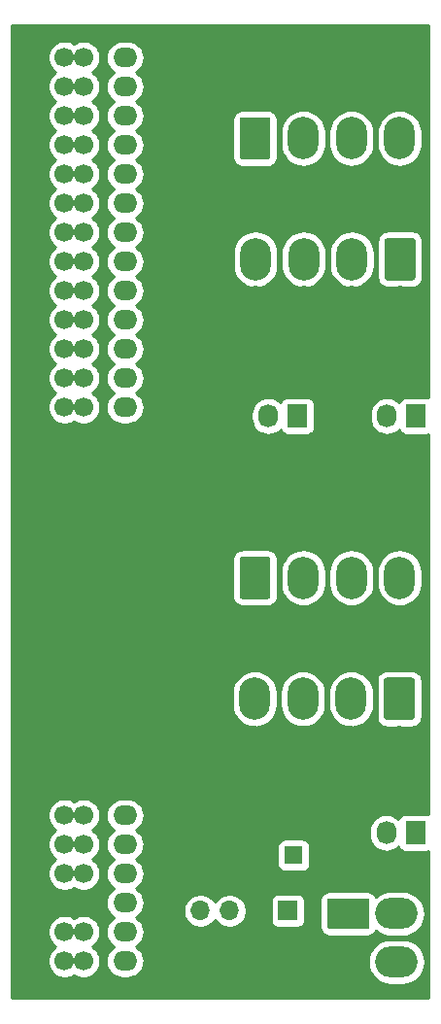
<source format=gbl>
%TF.GenerationSoftware,KiCad,Pcbnew,(5.1.10)-1*%
%TF.CreationDate,2021-09-25T23:36:15+08:00*%
%TF.ProjectId,KCORES CSPS to ATX Converter,4b434f52-4553-4204-9353-505320746f20,1.0*%
%TF.SameCoordinates,Original*%
%TF.FileFunction,Copper,L2,Bot*%
%TF.FilePolarity,Positive*%
%FSLAX46Y46*%
G04 Gerber Fmt 4.6, Leading zero omitted, Abs format (unit mm)*
G04 Created by KiCad (PCBNEW (5.1.10)-1) date 2021-09-25 23:36:15*
%MOMM*%
%LPD*%
G01*
G04 APERTURE LIST*
%TA.AperFunction,ComponentPad*%
%ADD10O,3.700000X2.700000*%
%TD*%
%TA.AperFunction,ComponentPad*%
%ADD11O,1.730000X2.030000*%
%TD*%
%TA.AperFunction,ComponentPad*%
%ADD12R,1.730000X2.030000*%
%TD*%
%TA.AperFunction,ComponentPad*%
%ADD13O,1.600000X1.600000*%
%TD*%
%TA.AperFunction,ComponentPad*%
%ADD14R,1.600000X1.600000*%
%TD*%
%TA.AperFunction,ComponentPad*%
%ADD15O,1.700000X1.700000*%
%TD*%
%TA.AperFunction,ComponentPad*%
%ADD16R,1.700000X1.700000*%
%TD*%
%TA.AperFunction,ComponentPad*%
%ADD17O,2.080000X1.700000*%
%TD*%
%TA.AperFunction,ComponentPad*%
%ADD18C,1.700000*%
%TD*%
%TA.AperFunction,ComponentPad*%
%ADD19O,2.700000X3.700000*%
%TD*%
%TA.AperFunction,Conductor*%
%ADD20C,0.254000*%
%TD*%
%TA.AperFunction,Conductor*%
%ADD21C,0.100000*%
%TD*%
G04 APERTURE END LIST*
D10*
%TO.P,J8,4*%
%TO.N,N/C*%
X123695000Y-158930000D03*
%TO.P,J8,3*%
X123695000Y-154730000D03*
%TO.P,J8,2*%
%TO.N,GND*%
X119495000Y-158930000D03*
%TO.P,J8,1*%
%TO.N,+12V*%
%TA.AperFunction,ComponentPad*%
G36*
G01*
X117896100Y-153380000D02*
X121093900Y-153380000D01*
G75*
G02*
X121345000Y-153631100I0J-251100D01*
G01*
X121345000Y-155828900D01*
G75*
G02*
X121093900Y-156080000I-251100J0D01*
G01*
X117896100Y-156080000D01*
G75*
G02*
X117645000Y-155828900I0J251100D01*
G01*
X117645000Y-153631100D01*
G75*
G02*
X117896100Y-153380000I251100J0D01*
G01*
G37*
%TD.AperFunction*%
%TD*%
D11*
%TO.P,M3,3*%
%TO.N,GND*%
X120257000Y-147681500D03*
%TO.P,M3,2*%
%TO.N,+12V*%
X122797000Y-147681500D03*
D12*
%TO.P,M3,1*%
%TO.N,Net-(M3-Pad1)*%
X125337000Y-147681500D03*
%TD*%
D11*
%TO.P,M2,3*%
%TO.N,GND*%
X120320500Y-111359500D03*
%TO.P,M2,2*%
%TO.N,+12V*%
X122860500Y-111359500D03*
D12*
%TO.P,M2,1*%
%TO.N,Net-(M2-Pad1)*%
X125400500Y-111359500D03*
%TD*%
D11*
%TO.P,M1,3*%
%TO.N,GND*%
X109970000Y-111359500D03*
%TO.P,M1,2*%
%TO.N,+12V*%
X112510000Y-111359500D03*
D12*
%TO.P,M1,1*%
%TO.N,Net-(M1-Pad1)*%
X115050000Y-111359500D03*
%TD*%
D13*
%TO.P,SW1,2*%
%TO.N,GND*%
X107112500Y-149650000D03*
D14*
%TO.P,SW1,1*%
%TO.N,/~CSPS_PSON*%
X114732500Y-149650000D03*
%TD*%
D15*
%TO.P,J2,4*%
%TO.N,/SDA*%
X106604500Y-154476000D03*
%TO.P,J2,3*%
%TO.N,/SCL*%
X109144500Y-154476000D03*
%TO.P,J2,2*%
%TO.N,GND*%
X111684500Y-154476000D03*
D16*
%TO.P,J2,1*%
%TO.N,/~CSPS_PSON*%
X114224500Y-154476000D03*
%TD*%
D17*
%TO.P,J1,64*%
%TO.N,+12V*%
X100033000Y-80117500D03*
%TO.P,J1,63*%
X100033000Y-82657500D03*
%TO.P,J1,62*%
X100033000Y-85197500D03*
%TO.P,J1,61*%
X100033000Y-87737500D03*
%TO.P,J1,60*%
X100033000Y-90277500D03*
%TO.P,J1,59*%
X100033000Y-92817500D03*
%TO.P,J1,58*%
X100033000Y-95357500D03*
%TO.P,J1,57*%
X100033000Y-97897500D03*
%TO.P,J1,56*%
X100033000Y-100437500D03*
%TO.P,J1,55*%
X100033000Y-102977500D03*
%TO.P,J1,54*%
X100033000Y-105517500D03*
%TO.P,J1,53*%
X100033000Y-108057500D03*
%TO.P,J1,52*%
X100033000Y-110597500D03*
%TO.P,J1,51*%
%TO.N,GND*%
X100033000Y-113137500D03*
%TO.P,J1,50*%
X100033000Y-115677500D03*
%TO.P,J1,49*%
X100033000Y-118217500D03*
%TO.P,J1,48*%
X100033000Y-120757500D03*
%TO.P,J1,47*%
X100033000Y-123297500D03*
%TO.P,J1,46*%
X100033000Y-125837500D03*
%TO.P,J1,45*%
X100033000Y-128377500D03*
%TO.P,J1,44*%
X100033000Y-130917500D03*
%TO.P,J1,43*%
X100033000Y-133457500D03*
%TO.P,J1,42*%
X100033000Y-135997500D03*
%TO.P,J1,41*%
X100033000Y-138537500D03*
%TO.P,J1,40*%
X100033000Y-141077500D03*
%TO.P,J1,39*%
X100033000Y-143617500D03*
%TO.P,J1,38*%
%TO.N,Net-(J1-Pad38)*%
X100033000Y-146157500D03*
%TO.P,J1,37*%
%TO.N,/+12VSB*%
X100033000Y-148697500D03*
%TO.P,J1,36*%
%TO.N,/~PRESENT*%
X100033000Y-151237500D03*
%TO.P,J1,35*%
%TO.N,Net-(J1-Pad35)*%
X100033000Y-153777500D03*
%TO.P,J1,34*%
%TO.N,Net-(J1-Pad34)*%
X100033000Y-156317500D03*
%TO.P,J1,33*%
%TO.N,/~CSPS_PSON*%
X100033000Y-158857500D03*
D18*
%TO.P,J1,32*%
%TO.N,/SCL*%
X94763000Y-158857500D03*
%TO.P,J1,31*%
%TO.N,/SDA*%
X94763000Y-156317500D03*
%TO.P,J1,30*%
%TO.N,GND*%
X94763000Y-153777500D03*
%TO.P,J1,29*%
%TO.N,Net-(J1-Pad29)*%
X94763000Y-151237500D03*
%TO.P,J1,28*%
%TO.N,Net-(J1-Pad28)*%
X94763000Y-148697500D03*
%TO.P,J1,27*%
%TO.N,Net-(J1-Pad27)*%
X94763000Y-146157500D03*
%TO.P,J1,26*%
%TO.N,GND*%
X94763000Y-143617500D03*
%TO.P,J1,25*%
X94763000Y-141077500D03*
%TO.P,J1,24*%
X94763000Y-138537500D03*
%TO.P,J1,23*%
X94763000Y-135997500D03*
%TO.P,J1,22*%
X94763000Y-133457500D03*
%TO.P,J1,21*%
X94763000Y-130917500D03*
%TO.P,J1,20*%
X94763000Y-128377500D03*
%TO.P,J1,19*%
X94763000Y-125837500D03*
%TO.P,J1,18*%
X94763000Y-123297500D03*
%TO.P,J1,17*%
X94763000Y-120757500D03*
%TO.P,J1,16*%
X94763000Y-118217500D03*
%TO.P,J1,15*%
X94763000Y-115677500D03*
%TO.P,J1,14*%
X94763000Y-113137500D03*
%TO.P,J1,13*%
%TO.N,+12V*%
X94763000Y-110597500D03*
%TO.P,J1,12*%
X94763000Y-108057500D03*
%TO.P,J1,11*%
X94763000Y-105517500D03*
%TO.P,J1,10*%
X94763000Y-102977500D03*
%TO.P,J1,9*%
X94763000Y-100437500D03*
%TO.P,J1,8*%
X94763000Y-97897500D03*
%TO.P,J1,7*%
X94763000Y-95357500D03*
%TO.P,J1,6*%
X94763000Y-92817500D03*
%TO.P,J1,5*%
X94763000Y-90277500D03*
%TO.P,J1,4*%
X94763000Y-87737500D03*
%TO.P,J1,3*%
X94763000Y-85197500D03*
%TO.P,J1,2*%
X94763000Y-82657500D03*
%TO.P,J1,32*%
%TO.N,/SCL*%
X96413000Y-158857500D03*
%TO.P,J1,31*%
%TO.N,/SDA*%
X96413000Y-156317500D03*
%TO.P,J1,30*%
%TO.N,GND*%
X96413000Y-153777500D03*
%TO.P,J1,29*%
%TO.N,Net-(J1-Pad29)*%
X96413000Y-151237500D03*
%TO.P,J1,28*%
%TO.N,Net-(J1-Pad28)*%
X96413000Y-148697500D03*
%TO.P,J1,27*%
%TO.N,Net-(J1-Pad27)*%
X96413000Y-146157500D03*
%TO.P,J1,26*%
%TO.N,GND*%
X96413000Y-143617500D03*
%TO.P,J1,25*%
X96413000Y-141077500D03*
%TO.P,J1,24*%
X96413000Y-138537500D03*
%TO.P,J1,23*%
X96413000Y-135997500D03*
%TO.P,J1,22*%
X96413000Y-133457500D03*
%TO.P,J1,21*%
X96413000Y-130917500D03*
%TO.P,J1,20*%
X96413000Y-128377500D03*
%TO.P,J1,19*%
X96413000Y-125837500D03*
%TO.P,J1,18*%
X96413000Y-123297500D03*
%TO.P,J1,17*%
X96413000Y-120757500D03*
%TO.P,J1,16*%
X96413000Y-118217500D03*
%TO.P,J1,15*%
X96413000Y-115677500D03*
%TO.P,J1,14*%
X96413000Y-113137500D03*
%TO.P,J1,13*%
%TO.N,+12V*%
X96413000Y-110597500D03*
%TO.P,J1,12*%
X96413000Y-108057500D03*
%TO.P,J1,11*%
X96413000Y-105517500D03*
%TO.P,J1,10*%
X96413000Y-102977500D03*
%TO.P,J1,9*%
X96413000Y-100437500D03*
%TO.P,J1,8*%
X96413000Y-97897500D03*
%TO.P,J1,7*%
X96413000Y-95357500D03*
%TO.P,J1,6*%
X96413000Y-92817500D03*
%TO.P,J1,5*%
X96413000Y-90277500D03*
%TO.P,J1,4*%
X96413000Y-87737500D03*
%TO.P,J1,3*%
X96413000Y-85197500D03*
%TO.P,J1,2*%
X96413000Y-82657500D03*
%TO.P,J1,1*%
X94763000Y-80117500D03*
X96413000Y-80117500D03*
%TD*%
D19*
%TO.P,J6,8*%
%TO.N,GND*%
X123967000Y-121256500D03*
%TO.P,J6,7*%
X119767000Y-121256500D03*
%TO.P,J6,6*%
X115567000Y-121256500D03*
%TO.P,J6,5*%
X111367000Y-121256500D03*
%TO.P,J6,4*%
%TO.N,+12V*%
X123967000Y-125456500D03*
%TO.P,J6,3*%
X119767000Y-125456500D03*
%TO.P,J6,1*%
%TA.AperFunction,ComponentPad*%
G36*
G01*
X110017000Y-127055400D02*
X110017000Y-123857600D01*
G75*
G02*
X110268100Y-123606500I251100J0D01*
G01*
X112465900Y-123606500D01*
G75*
G02*
X112717000Y-123857600I0J-251100D01*
G01*
X112717000Y-127055400D01*
G75*
G02*
X112465900Y-127306500I-251100J0D01*
G01*
X110268100Y-127306500D01*
G75*
G02*
X110017000Y-127055400I0J251100D01*
G01*
G37*
%TD.AperFunction*%
%TO.P,J6,2*%
X115567000Y-125456500D03*
%TD*%
%TO.P,J5,8*%
%TO.N,GND*%
X123967000Y-82966000D03*
%TO.P,J5,7*%
X119767000Y-82966000D03*
%TO.P,J5,6*%
X115567000Y-82966000D03*
%TO.P,J5,5*%
X111367000Y-82966000D03*
%TO.P,J5,4*%
%TO.N,+12V*%
X123967000Y-87166000D03*
%TO.P,J5,3*%
X119767000Y-87166000D03*
%TO.P,J5,1*%
%TA.AperFunction,ComponentPad*%
G36*
G01*
X110017000Y-88764900D02*
X110017000Y-85567100D01*
G75*
G02*
X110268100Y-85316000I251100J0D01*
G01*
X112465900Y-85316000D01*
G75*
G02*
X112717000Y-85567100I0J-251100D01*
G01*
X112717000Y-88764900D01*
G75*
G02*
X112465900Y-89016000I-251100J0D01*
G01*
X110268100Y-89016000D01*
G75*
G02*
X110017000Y-88764900I0J251100D01*
G01*
G37*
%TD.AperFunction*%
%TO.P,J5,2*%
X115567000Y-87166000D03*
%TD*%
%TO.P,J4,8*%
%TO.N,GND*%
X111340000Y-140197500D03*
%TO.P,J4,7*%
X115540000Y-140197500D03*
%TO.P,J4,6*%
X119740000Y-140197500D03*
%TO.P,J4,5*%
X123940000Y-140197500D03*
%TO.P,J4,4*%
%TO.N,+12V*%
X111340000Y-135997500D03*
%TO.P,J4,3*%
X115540000Y-135997500D03*
%TO.P,J4,1*%
%TA.AperFunction,ComponentPad*%
G36*
G01*
X125290000Y-134398600D02*
X125290000Y-137596400D01*
G75*
G02*
X125038900Y-137847500I-251100J0D01*
G01*
X122841100Y-137847500D01*
G75*
G02*
X122590000Y-137596400I0J251100D01*
G01*
X122590000Y-134398600D01*
G75*
G02*
X122841100Y-134147500I251100J0D01*
G01*
X125038900Y-134147500D01*
G75*
G02*
X125290000Y-134398600I0J-251100D01*
G01*
G37*
%TD.AperFunction*%
%TO.P,J4,2*%
X119740000Y-135997500D03*
%TD*%
%TO.P,J3,8*%
%TO.N,GND*%
X111403500Y-101898000D03*
%TO.P,J3,7*%
X115603500Y-101898000D03*
%TO.P,J3,6*%
X119803500Y-101898000D03*
%TO.P,J3,5*%
X124003500Y-101898000D03*
%TO.P,J3,4*%
%TO.N,+12V*%
X111403500Y-97698000D03*
%TO.P,J3,3*%
X115603500Y-97698000D03*
%TO.P,J3,1*%
%TA.AperFunction,ComponentPad*%
G36*
G01*
X125353500Y-96099100D02*
X125353500Y-99296900D01*
G75*
G02*
X125102400Y-99548000I-251100J0D01*
G01*
X122904600Y-99548000D01*
G75*
G02*
X122653500Y-99296900I0J251100D01*
G01*
X122653500Y-96099100D01*
G75*
G02*
X122904600Y-95848000I251100J0D01*
G01*
X125102400Y-95848000D01*
G75*
G02*
X125353500Y-96099100I0J-251100D01*
G01*
G37*
%TD.AperFunction*%
%TO.P,J3,2*%
X119803500Y-97698000D03*
%TD*%
D20*
%TO.N,GND*%
X126455001Y-109738411D02*
X126389982Y-109718688D01*
X126265500Y-109706428D01*
X124535500Y-109706428D01*
X124411018Y-109718688D01*
X124291320Y-109754998D01*
X124181006Y-109813963D01*
X124084315Y-109893315D01*
X124004963Y-109990006D01*
X123945998Y-110100320D01*
X123931070Y-110149530D01*
X123926292Y-110143708D01*
X123697886Y-109956262D01*
X123437301Y-109816976D01*
X123154550Y-109731205D01*
X122860500Y-109702243D01*
X122566449Y-109731205D01*
X122283698Y-109816976D01*
X122023113Y-109956262D01*
X121794708Y-110143708D01*
X121607262Y-110372114D01*
X121467976Y-110632699D01*
X121382205Y-110915450D01*
X121360500Y-111135821D01*
X121360500Y-111583180D01*
X121382205Y-111803551D01*
X121467976Y-112086302D01*
X121607262Y-112346887D01*
X121794708Y-112575292D01*
X122023114Y-112762738D01*
X122283699Y-112902024D01*
X122566450Y-112987795D01*
X122860500Y-113016757D01*
X123154551Y-112987795D01*
X123437302Y-112902024D01*
X123697887Y-112762738D01*
X123926292Y-112575292D01*
X123931070Y-112569470D01*
X123945998Y-112618680D01*
X124004963Y-112728994D01*
X124084315Y-112825685D01*
X124181006Y-112905037D01*
X124291320Y-112964002D01*
X124411018Y-113000312D01*
X124535500Y-113012572D01*
X126265500Y-113012572D01*
X126389982Y-113000312D01*
X126455001Y-112980589D01*
X126455000Y-146081713D01*
X126446180Y-146076998D01*
X126326482Y-146040688D01*
X126202000Y-146028428D01*
X124472000Y-146028428D01*
X124347518Y-146040688D01*
X124227820Y-146076998D01*
X124117506Y-146135963D01*
X124020815Y-146215315D01*
X123941463Y-146312006D01*
X123882498Y-146422320D01*
X123867570Y-146471530D01*
X123862792Y-146465708D01*
X123634386Y-146278262D01*
X123373801Y-146138976D01*
X123091050Y-146053205D01*
X122797000Y-146024243D01*
X122502949Y-146053205D01*
X122220198Y-146138976D01*
X121959613Y-146278262D01*
X121731208Y-146465708D01*
X121543762Y-146694114D01*
X121404476Y-146954699D01*
X121318705Y-147237450D01*
X121297000Y-147457821D01*
X121297000Y-147905180D01*
X121318705Y-148125551D01*
X121404476Y-148408302D01*
X121543762Y-148668887D01*
X121731208Y-148897292D01*
X121959614Y-149084738D01*
X122220199Y-149224024D01*
X122502950Y-149309795D01*
X122797000Y-149338757D01*
X123091051Y-149309795D01*
X123373802Y-149224024D01*
X123634387Y-149084738D01*
X123862792Y-148897292D01*
X123867570Y-148891470D01*
X123882498Y-148940680D01*
X123941463Y-149050994D01*
X124020815Y-149147685D01*
X124117506Y-149227037D01*
X124227820Y-149286002D01*
X124347518Y-149322312D01*
X124472000Y-149334572D01*
X126202000Y-149334572D01*
X126326482Y-149322312D01*
X126446180Y-149286002D01*
X126455000Y-149281287D01*
X126455000Y-162090000D01*
X90183000Y-162090000D01*
X90183000Y-156171240D01*
X93278000Y-156171240D01*
X93278000Y-156463760D01*
X93335068Y-156750658D01*
X93447010Y-157020911D01*
X93609525Y-157264132D01*
X93816368Y-157470975D01*
X93990760Y-157587500D01*
X93816368Y-157704025D01*
X93609525Y-157910868D01*
X93447010Y-158154089D01*
X93335068Y-158424342D01*
X93278000Y-158711240D01*
X93278000Y-159003760D01*
X93335068Y-159290658D01*
X93447010Y-159560911D01*
X93609525Y-159804132D01*
X93816368Y-160010975D01*
X94059589Y-160173490D01*
X94329842Y-160285432D01*
X94616740Y-160342500D01*
X94909260Y-160342500D01*
X95196158Y-160285432D01*
X95466411Y-160173490D01*
X95588000Y-160092247D01*
X95709589Y-160173490D01*
X95979842Y-160285432D01*
X96266740Y-160342500D01*
X96559260Y-160342500D01*
X96846158Y-160285432D01*
X97116411Y-160173490D01*
X97359632Y-160010975D01*
X97566475Y-159804132D01*
X97728990Y-159560911D01*
X97840932Y-159290658D01*
X97898000Y-159003760D01*
X97898000Y-158711240D01*
X97840932Y-158424342D01*
X97728990Y-158154089D01*
X97566475Y-157910868D01*
X97359632Y-157704025D01*
X97185240Y-157587500D01*
X97359632Y-157470975D01*
X97566475Y-157264132D01*
X97728990Y-157020911D01*
X97840932Y-156750658D01*
X97898000Y-156463760D01*
X97898000Y-156171240D01*
X97840932Y-155884342D01*
X97728990Y-155614089D01*
X97566475Y-155370868D01*
X97359632Y-155164025D01*
X97116411Y-155001510D01*
X96846158Y-154889568D01*
X96559260Y-154832500D01*
X96266740Y-154832500D01*
X95979842Y-154889568D01*
X95709589Y-155001510D01*
X95588000Y-155082753D01*
X95466411Y-155001510D01*
X95196158Y-154889568D01*
X94909260Y-154832500D01*
X94616740Y-154832500D01*
X94329842Y-154889568D01*
X94059589Y-155001510D01*
X93816368Y-155164025D01*
X93609525Y-155370868D01*
X93447010Y-155614089D01*
X93335068Y-155884342D01*
X93278000Y-156171240D01*
X90183000Y-156171240D01*
X90183000Y-146011240D01*
X93278000Y-146011240D01*
X93278000Y-146303760D01*
X93335068Y-146590658D01*
X93447010Y-146860911D01*
X93609525Y-147104132D01*
X93816368Y-147310975D01*
X93990760Y-147427500D01*
X93816368Y-147544025D01*
X93609525Y-147750868D01*
X93447010Y-147994089D01*
X93335068Y-148264342D01*
X93278000Y-148551240D01*
X93278000Y-148843760D01*
X93335068Y-149130658D01*
X93447010Y-149400911D01*
X93609525Y-149644132D01*
X93816368Y-149850975D01*
X93990760Y-149967500D01*
X93816368Y-150084025D01*
X93609525Y-150290868D01*
X93447010Y-150534089D01*
X93335068Y-150804342D01*
X93278000Y-151091240D01*
X93278000Y-151383760D01*
X93335068Y-151670658D01*
X93447010Y-151940911D01*
X93609525Y-152184132D01*
X93816368Y-152390975D01*
X94059589Y-152553490D01*
X94329842Y-152665432D01*
X94616740Y-152722500D01*
X94909260Y-152722500D01*
X95196158Y-152665432D01*
X95466411Y-152553490D01*
X95588000Y-152472247D01*
X95709589Y-152553490D01*
X95979842Y-152665432D01*
X96266740Y-152722500D01*
X96559260Y-152722500D01*
X96846158Y-152665432D01*
X97116411Y-152553490D01*
X97359632Y-152390975D01*
X97566475Y-152184132D01*
X97728990Y-151940911D01*
X97840932Y-151670658D01*
X97898000Y-151383760D01*
X97898000Y-151091240D01*
X97840932Y-150804342D01*
X97728990Y-150534089D01*
X97566475Y-150290868D01*
X97359632Y-150084025D01*
X97185240Y-149967500D01*
X97359632Y-149850975D01*
X97566475Y-149644132D01*
X97728990Y-149400911D01*
X97840932Y-149130658D01*
X97898000Y-148843760D01*
X97898000Y-148551240D01*
X97840932Y-148264342D01*
X97728990Y-147994089D01*
X97566475Y-147750868D01*
X97359632Y-147544025D01*
X97185240Y-147427500D01*
X97359632Y-147310975D01*
X97566475Y-147104132D01*
X97728990Y-146860911D01*
X97840932Y-146590658D01*
X97898000Y-146303760D01*
X97898000Y-146157500D01*
X98350815Y-146157500D01*
X98379487Y-146448611D01*
X98464401Y-146728534D01*
X98602294Y-146986514D01*
X98787866Y-147212634D01*
X99013986Y-147398206D01*
X99068791Y-147427500D01*
X99013986Y-147456794D01*
X98787866Y-147642366D01*
X98602294Y-147868486D01*
X98464401Y-148126466D01*
X98379487Y-148406389D01*
X98350815Y-148697500D01*
X98379487Y-148988611D01*
X98464401Y-149268534D01*
X98602294Y-149526514D01*
X98787866Y-149752634D01*
X99013986Y-149938206D01*
X99068791Y-149967500D01*
X99013986Y-149996794D01*
X98787866Y-150182366D01*
X98602294Y-150408486D01*
X98464401Y-150666466D01*
X98379487Y-150946389D01*
X98350815Y-151237500D01*
X98379487Y-151528611D01*
X98464401Y-151808534D01*
X98602294Y-152066514D01*
X98787866Y-152292634D01*
X99013986Y-152478206D01*
X99068791Y-152507500D01*
X99013986Y-152536794D01*
X98787866Y-152722366D01*
X98602294Y-152948486D01*
X98464401Y-153206466D01*
X98379487Y-153486389D01*
X98350815Y-153777500D01*
X98379487Y-154068611D01*
X98464401Y-154348534D01*
X98602294Y-154606514D01*
X98787866Y-154832634D01*
X99013986Y-155018206D01*
X99068791Y-155047500D01*
X99013986Y-155076794D01*
X98787866Y-155262366D01*
X98602294Y-155488486D01*
X98464401Y-155746466D01*
X98379487Y-156026389D01*
X98350815Y-156317500D01*
X98379487Y-156608611D01*
X98464401Y-156888534D01*
X98602294Y-157146514D01*
X98787866Y-157372634D01*
X99013986Y-157558206D01*
X99068791Y-157587500D01*
X99013986Y-157616794D01*
X98787866Y-157802366D01*
X98602294Y-158028486D01*
X98464401Y-158286466D01*
X98379487Y-158566389D01*
X98350815Y-158857500D01*
X98379487Y-159148611D01*
X98464401Y-159428534D01*
X98602294Y-159686514D01*
X98787866Y-159912634D01*
X99013986Y-160098206D01*
X99271966Y-160236099D01*
X99551889Y-160321013D01*
X99770050Y-160342500D01*
X100295950Y-160342500D01*
X100514111Y-160321013D01*
X100794034Y-160236099D01*
X101052014Y-160098206D01*
X101278134Y-159912634D01*
X101463706Y-159686514D01*
X101601599Y-159428534D01*
X101686513Y-159148611D01*
X101708044Y-158930000D01*
X121200396Y-158930000D01*
X121238722Y-159319128D01*
X121352226Y-159693302D01*
X121536547Y-160038143D01*
X121784602Y-160340398D01*
X122086857Y-160588453D01*
X122431698Y-160772774D01*
X122805872Y-160886278D01*
X123097490Y-160915000D01*
X124292510Y-160915000D01*
X124584128Y-160886278D01*
X124958302Y-160772774D01*
X125303143Y-160588453D01*
X125605398Y-160340398D01*
X125853453Y-160038143D01*
X126037774Y-159693302D01*
X126151278Y-159319128D01*
X126189604Y-158930000D01*
X126151278Y-158540872D01*
X126037774Y-158166698D01*
X125853453Y-157821857D01*
X125605398Y-157519602D01*
X125303143Y-157271547D01*
X124958302Y-157087226D01*
X124584128Y-156973722D01*
X124292510Y-156945000D01*
X123097490Y-156945000D01*
X122805872Y-156973722D01*
X122431698Y-157087226D01*
X122086857Y-157271547D01*
X121784602Y-157519602D01*
X121536547Y-157821857D01*
X121352226Y-158166698D01*
X121238722Y-158540872D01*
X121200396Y-158930000D01*
X101708044Y-158930000D01*
X101715185Y-158857500D01*
X101686513Y-158566389D01*
X101601599Y-158286466D01*
X101463706Y-158028486D01*
X101278134Y-157802366D01*
X101052014Y-157616794D01*
X100997209Y-157587500D01*
X101052014Y-157558206D01*
X101278134Y-157372634D01*
X101463706Y-157146514D01*
X101601599Y-156888534D01*
X101686513Y-156608611D01*
X101715185Y-156317500D01*
X101686513Y-156026389D01*
X101601599Y-155746466D01*
X101463706Y-155488486D01*
X101278134Y-155262366D01*
X101052014Y-155076794D01*
X100997209Y-155047500D01*
X101052014Y-155018206D01*
X101278134Y-154832634D01*
X101463706Y-154606514D01*
X101601599Y-154348534D01*
X101607300Y-154329740D01*
X105119500Y-154329740D01*
X105119500Y-154622260D01*
X105176568Y-154909158D01*
X105288510Y-155179411D01*
X105451025Y-155422632D01*
X105657868Y-155629475D01*
X105901089Y-155791990D01*
X106171342Y-155903932D01*
X106458240Y-155961000D01*
X106750760Y-155961000D01*
X107037658Y-155903932D01*
X107307911Y-155791990D01*
X107551132Y-155629475D01*
X107757975Y-155422632D01*
X107874500Y-155248240D01*
X107991025Y-155422632D01*
X108197868Y-155629475D01*
X108441089Y-155791990D01*
X108711342Y-155903932D01*
X108998240Y-155961000D01*
X109290760Y-155961000D01*
X109577658Y-155903932D01*
X109847911Y-155791990D01*
X110091132Y-155629475D01*
X110297975Y-155422632D01*
X110460490Y-155179411D01*
X110572432Y-154909158D01*
X110629500Y-154622260D01*
X110629500Y-154329740D01*
X110572432Y-154042842D01*
X110460490Y-153772589D01*
X110362543Y-153626000D01*
X112736428Y-153626000D01*
X112736428Y-155326000D01*
X112748688Y-155450482D01*
X112784998Y-155570180D01*
X112843963Y-155680494D01*
X112923315Y-155777185D01*
X113020006Y-155856537D01*
X113130320Y-155915502D01*
X113250018Y-155951812D01*
X113374500Y-155964072D01*
X115074500Y-155964072D01*
X115198982Y-155951812D01*
X115318680Y-155915502D01*
X115428994Y-155856537D01*
X115525685Y-155777185D01*
X115605037Y-155680494D01*
X115664002Y-155570180D01*
X115700312Y-155450482D01*
X115712572Y-155326000D01*
X115712572Y-153631100D01*
X117006928Y-153631100D01*
X117006928Y-155828900D01*
X117024013Y-156002369D01*
X117074612Y-156169171D01*
X117156781Y-156322897D01*
X117267360Y-156457640D01*
X117402103Y-156568219D01*
X117555829Y-156650388D01*
X117722631Y-156700987D01*
X117896100Y-156718072D01*
X121093900Y-156718072D01*
X121267369Y-156700987D01*
X121434171Y-156650388D01*
X121587897Y-156568219D01*
X121722640Y-156457640D01*
X121833219Y-156322897D01*
X121886200Y-156223778D01*
X122086857Y-156388453D01*
X122431698Y-156572774D01*
X122805872Y-156686278D01*
X123097490Y-156715000D01*
X124292510Y-156715000D01*
X124584128Y-156686278D01*
X124958302Y-156572774D01*
X125303143Y-156388453D01*
X125605398Y-156140398D01*
X125853453Y-155838143D01*
X126037774Y-155493302D01*
X126151278Y-155119128D01*
X126189604Y-154730000D01*
X126151278Y-154340872D01*
X126037774Y-153966698D01*
X125853453Y-153621857D01*
X125605398Y-153319602D01*
X125303143Y-153071547D01*
X124958302Y-152887226D01*
X124584128Y-152773722D01*
X124292510Y-152745000D01*
X123097490Y-152745000D01*
X122805872Y-152773722D01*
X122431698Y-152887226D01*
X122086857Y-153071547D01*
X121886200Y-153236222D01*
X121833219Y-153137103D01*
X121722640Y-153002360D01*
X121587897Y-152891781D01*
X121434171Y-152809612D01*
X121267369Y-152759013D01*
X121093900Y-152741928D01*
X117896100Y-152741928D01*
X117722631Y-152759013D01*
X117555829Y-152809612D01*
X117402103Y-152891781D01*
X117267360Y-153002360D01*
X117156781Y-153137103D01*
X117074612Y-153290829D01*
X117024013Y-153457631D01*
X117006928Y-153631100D01*
X115712572Y-153631100D01*
X115712572Y-153626000D01*
X115700312Y-153501518D01*
X115664002Y-153381820D01*
X115605037Y-153271506D01*
X115525685Y-153174815D01*
X115428994Y-153095463D01*
X115318680Y-153036498D01*
X115198982Y-153000188D01*
X115074500Y-152987928D01*
X113374500Y-152987928D01*
X113250018Y-153000188D01*
X113130320Y-153036498D01*
X113020006Y-153095463D01*
X112923315Y-153174815D01*
X112843963Y-153271506D01*
X112784998Y-153381820D01*
X112748688Y-153501518D01*
X112736428Y-153626000D01*
X110362543Y-153626000D01*
X110297975Y-153529368D01*
X110091132Y-153322525D01*
X109847911Y-153160010D01*
X109577658Y-153048068D01*
X109290760Y-152991000D01*
X108998240Y-152991000D01*
X108711342Y-153048068D01*
X108441089Y-153160010D01*
X108197868Y-153322525D01*
X107991025Y-153529368D01*
X107874500Y-153703760D01*
X107757975Y-153529368D01*
X107551132Y-153322525D01*
X107307911Y-153160010D01*
X107037658Y-153048068D01*
X106750760Y-152991000D01*
X106458240Y-152991000D01*
X106171342Y-153048068D01*
X105901089Y-153160010D01*
X105657868Y-153322525D01*
X105451025Y-153529368D01*
X105288510Y-153772589D01*
X105176568Y-154042842D01*
X105119500Y-154329740D01*
X101607300Y-154329740D01*
X101686513Y-154068611D01*
X101715185Y-153777500D01*
X101686513Y-153486389D01*
X101601599Y-153206466D01*
X101463706Y-152948486D01*
X101278134Y-152722366D01*
X101052014Y-152536794D01*
X100997209Y-152507500D01*
X101052014Y-152478206D01*
X101278134Y-152292634D01*
X101463706Y-152066514D01*
X101601599Y-151808534D01*
X101686513Y-151528611D01*
X101715185Y-151237500D01*
X101686513Y-150946389D01*
X101601599Y-150666466D01*
X101463706Y-150408486D01*
X101278134Y-150182366D01*
X101052014Y-149996794D01*
X100997209Y-149967500D01*
X101052014Y-149938206D01*
X101278134Y-149752634D01*
X101463706Y-149526514D01*
X101601599Y-149268534D01*
X101686513Y-148988611D01*
X101700165Y-148850000D01*
X113294428Y-148850000D01*
X113294428Y-150450000D01*
X113306688Y-150574482D01*
X113342998Y-150694180D01*
X113401963Y-150804494D01*
X113481315Y-150901185D01*
X113578006Y-150980537D01*
X113688320Y-151039502D01*
X113808018Y-151075812D01*
X113932500Y-151088072D01*
X115532500Y-151088072D01*
X115656982Y-151075812D01*
X115776680Y-151039502D01*
X115886994Y-150980537D01*
X115983685Y-150901185D01*
X116063037Y-150804494D01*
X116122002Y-150694180D01*
X116158312Y-150574482D01*
X116170572Y-150450000D01*
X116170572Y-148850000D01*
X116158312Y-148725518D01*
X116122002Y-148605820D01*
X116063037Y-148495506D01*
X115983685Y-148398815D01*
X115886994Y-148319463D01*
X115776680Y-148260498D01*
X115656982Y-148224188D01*
X115532500Y-148211928D01*
X113932500Y-148211928D01*
X113808018Y-148224188D01*
X113688320Y-148260498D01*
X113578006Y-148319463D01*
X113481315Y-148398815D01*
X113401963Y-148495506D01*
X113342998Y-148605820D01*
X113306688Y-148725518D01*
X113294428Y-148850000D01*
X101700165Y-148850000D01*
X101715185Y-148697500D01*
X101686513Y-148406389D01*
X101601599Y-148126466D01*
X101463706Y-147868486D01*
X101278134Y-147642366D01*
X101052014Y-147456794D01*
X100997209Y-147427500D01*
X101052014Y-147398206D01*
X101278134Y-147212634D01*
X101463706Y-146986514D01*
X101601599Y-146728534D01*
X101686513Y-146448611D01*
X101715185Y-146157500D01*
X101686513Y-145866389D01*
X101601599Y-145586466D01*
X101463706Y-145328486D01*
X101278134Y-145102366D01*
X101052014Y-144916794D01*
X100794034Y-144778901D01*
X100514111Y-144693987D01*
X100295950Y-144672500D01*
X99770050Y-144672500D01*
X99551889Y-144693987D01*
X99271966Y-144778901D01*
X99013986Y-144916794D01*
X98787866Y-145102366D01*
X98602294Y-145328486D01*
X98464401Y-145586466D01*
X98379487Y-145866389D01*
X98350815Y-146157500D01*
X97898000Y-146157500D01*
X97898000Y-146011240D01*
X97840932Y-145724342D01*
X97728990Y-145454089D01*
X97566475Y-145210868D01*
X97359632Y-145004025D01*
X97116411Y-144841510D01*
X96846158Y-144729568D01*
X96559260Y-144672500D01*
X96266740Y-144672500D01*
X95979842Y-144729568D01*
X95709589Y-144841510D01*
X95588000Y-144922753D01*
X95466411Y-144841510D01*
X95196158Y-144729568D01*
X94909260Y-144672500D01*
X94616740Y-144672500D01*
X94329842Y-144729568D01*
X94059589Y-144841510D01*
X93816368Y-145004025D01*
X93609525Y-145210868D01*
X93447010Y-145454089D01*
X93335068Y-145724342D01*
X93278000Y-146011240D01*
X90183000Y-146011240D01*
X90183000Y-135399990D01*
X109355000Y-135399990D01*
X109355000Y-136595009D01*
X109383722Y-136886627D01*
X109497226Y-137260801D01*
X109681547Y-137605643D01*
X109929602Y-137907898D01*
X110231857Y-138155953D01*
X110576698Y-138340274D01*
X110950872Y-138453778D01*
X111340000Y-138492104D01*
X111729127Y-138453778D01*
X112103301Y-138340274D01*
X112448143Y-138155953D01*
X112750398Y-137907898D01*
X112998453Y-137605643D01*
X113182774Y-137260802D01*
X113296278Y-136886628D01*
X113325000Y-136595010D01*
X113325000Y-135399991D01*
X113325000Y-135399990D01*
X113555000Y-135399990D01*
X113555000Y-136595009D01*
X113583722Y-136886627D01*
X113697226Y-137260801D01*
X113881547Y-137605643D01*
X114129602Y-137907898D01*
X114431857Y-138155953D01*
X114776698Y-138340274D01*
X115150872Y-138453778D01*
X115540000Y-138492104D01*
X115929127Y-138453778D01*
X116303301Y-138340274D01*
X116648143Y-138155953D01*
X116950398Y-137907898D01*
X117198453Y-137605643D01*
X117382774Y-137260802D01*
X117496278Y-136886628D01*
X117525000Y-136595010D01*
X117525000Y-135399991D01*
X117525000Y-135399990D01*
X117755000Y-135399990D01*
X117755000Y-136595009D01*
X117783722Y-136886627D01*
X117897226Y-137260801D01*
X118081547Y-137605643D01*
X118329602Y-137907898D01*
X118631857Y-138155953D01*
X118976698Y-138340274D01*
X119350872Y-138453778D01*
X119740000Y-138492104D01*
X120129127Y-138453778D01*
X120503301Y-138340274D01*
X120848143Y-138155953D01*
X121150398Y-137907898D01*
X121398453Y-137605643D01*
X121582774Y-137260802D01*
X121696278Y-136886628D01*
X121725000Y-136595010D01*
X121725000Y-135399991D01*
X121696278Y-135108373D01*
X121582774Y-134734198D01*
X121403394Y-134398600D01*
X121951928Y-134398600D01*
X121951928Y-137596400D01*
X121969013Y-137769869D01*
X122019612Y-137936671D01*
X122101781Y-138090397D01*
X122212360Y-138225140D01*
X122347103Y-138335719D01*
X122500829Y-138417888D01*
X122667631Y-138468487D01*
X122841100Y-138485572D01*
X125038900Y-138485572D01*
X125212369Y-138468487D01*
X125379171Y-138417888D01*
X125532897Y-138335719D01*
X125667640Y-138225140D01*
X125778219Y-138090397D01*
X125860388Y-137936671D01*
X125910987Y-137769869D01*
X125928072Y-137596400D01*
X125928072Y-134398600D01*
X125910987Y-134225131D01*
X125860388Y-134058329D01*
X125778219Y-133904603D01*
X125667640Y-133769860D01*
X125532897Y-133659281D01*
X125379171Y-133577112D01*
X125212369Y-133526513D01*
X125038900Y-133509428D01*
X122841100Y-133509428D01*
X122667631Y-133526513D01*
X122500829Y-133577112D01*
X122347103Y-133659281D01*
X122212360Y-133769860D01*
X122101781Y-133904603D01*
X122019612Y-134058329D01*
X121969013Y-134225131D01*
X121951928Y-134398600D01*
X121403394Y-134398600D01*
X121398453Y-134389357D01*
X121150398Y-134087102D01*
X120848143Y-133839047D01*
X120503302Y-133654726D01*
X120129128Y-133541222D01*
X119740000Y-133502896D01*
X119350873Y-133541222D01*
X118976699Y-133654726D01*
X118631858Y-133839047D01*
X118329603Y-134087102D01*
X118081548Y-134389357D01*
X117897226Y-134734198D01*
X117783722Y-135108372D01*
X117755000Y-135399990D01*
X117525000Y-135399990D01*
X117496278Y-135108373D01*
X117382774Y-134734198D01*
X117198453Y-134389357D01*
X116950398Y-134087102D01*
X116648143Y-133839047D01*
X116303302Y-133654726D01*
X115929128Y-133541222D01*
X115540000Y-133502896D01*
X115150873Y-133541222D01*
X114776699Y-133654726D01*
X114431858Y-133839047D01*
X114129603Y-134087102D01*
X113881548Y-134389357D01*
X113697226Y-134734198D01*
X113583722Y-135108372D01*
X113555000Y-135399990D01*
X113325000Y-135399990D01*
X113296278Y-135108373D01*
X113182774Y-134734198D01*
X112998453Y-134389357D01*
X112750398Y-134087102D01*
X112448143Y-133839047D01*
X112103302Y-133654726D01*
X111729128Y-133541222D01*
X111340000Y-133502896D01*
X110950873Y-133541222D01*
X110576699Y-133654726D01*
X110231858Y-133839047D01*
X109929603Y-134087102D01*
X109681548Y-134389357D01*
X109497226Y-134734198D01*
X109383722Y-135108372D01*
X109355000Y-135399990D01*
X90183000Y-135399990D01*
X90183000Y-123857600D01*
X109378928Y-123857600D01*
X109378928Y-127055400D01*
X109396013Y-127228869D01*
X109446612Y-127395671D01*
X109528781Y-127549397D01*
X109639360Y-127684140D01*
X109774103Y-127794719D01*
X109927829Y-127876888D01*
X110094631Y-127927487D01*
X110268100Y-127944572D01*
X112465900Y-127944572D01*
X112639369Y-127927487D01*
X112806171Y-127876888D01*
X112959897Y-127794719D01*
X113094640Y-127684140D01*
X113205219Y-127549397D01*
X113287388Y-127395671D01*
X113337987Y-127228869D01*
X113355072Y-127055400D01*
X113355072Y-124858991D01*
X113582000Y-124858991D01*
X113582000Y-126054010D01*
X113610722Y-126345628D01*
X113724226Y-126719802D01*
X113908548Y-127064643D01*
X114156603Y-127366898D01*
X114458858Y-127614953D01*
X114803699Y-127799274D01*
X115177873Y-127912778D01*
X115567000Y-127951104D01*
X115956128Y-127912778D01*
X116330302Y-127799274D01*
X116675143Y-127614953D01*
X116977398Y-127366898D01*
X117225453Y-127064643D01*
X117409774Y-126719802D01*
X117523278Y-126345627D01*
X117552000Y-126054009D01*
X117552000Y-124858991D01*
X117782000Y-124858991D01*
X117782000Y-126054010D01*
X117810722Y-126345628D01*
X117924226Y-126719802D01*
X118108548Y-127064643D01*
X118356603Y-127366898D01*
X118658858Y-127614953D01*
X119003699Y-127799274D01*
X119377873Y-127912778D01*
X119767000Y-127951104D01*
X120156128Y-127912778D01*
X120530302Y-127799274D01*
X120875143Y-127614953D01*
X121177398Y-127366898D01*
X121425453Y-127064643D01*
X121609774Y-126719802D01*
X121723278Y-126345627D01*
X121752000Y-126054009D01*
X121752000Y-124858991D01*
X121982000Y-124858991D01*
X121982000Y-126054010D01*
X122010722Y-126345628D01*
X122124226Y-126719802D01*
X122308548Y-127064643D01*
X122556603Y-127366898D01*
X122858858Y-127614953D01*
X123203699Y-127799274D01*
X123577873Y-127912778D01*
X123967000Y-127951104D01*
X124356128Y-127912778D01*
X124730302Y-127799274D01*
X125075143Y-127614953D01*
X125377398Y-127366898D01*
X125625453Y-127064643D01*
X125809774Y-126719802D01*
X125923278Y-126345627D01*
X125952000Y-126054009D01*
X125952000Y-124858990D01*
X125923278Y-124567372D01*
X125809774Y-124193198D01*
X125625453Y-123848357D01*
X125377398Y-123546102D01*
X125075143Y-123298047D01*
X124730301Y-123113726D01*
X124356127Y-123000222D01*
X123967000Y-122961896D01*
X123577872Y-123000222D01*
X123203698Y-123113726D01*
X122858857Y-123298047D01*
X122556602Y-123546102D01*
X122308547Y-123848357D01*
X122124226Y-124193199D01*
X122010722Y-124567373D01*
X121982000Y-124858991D01*
X121752000Y-124858991D01*
X121752000Y-124858990D01*
X121723278Y-124567372D01*
X121609774Y-124193198D01*
X121425453Y-123848357D01*
X121177398Y-123546102D01*
X120875143Y-123298047D01*
X120530301Y-123113726D01*
X120156127Y-123000222D01*
X119767000Y-122961896D01*
X119377872Y-123000222D01*
X119003698Y-123113726D01*
X118658857Y-123298047D01*
X118356602Y-123546102D01*
X118108547Y-123848357D01*
X117924226Y-124193199D01*
X117810722Y-124567373D01*
X117782000Y-124858991D01*
X117552000Y-124858991D01*
X117552000Y-124858990D01*
X117523278Y-124567372D01*
X117409774Y-124193198D01*
X117225453Y-123848357D01*
X116977398Y-123546102D01*
X116675143Y-123298047D01*
X116330301Y-123113726D01*
X115956127Y-123000222D01*
X115567000Y-122961896D01*
X115177872Y-123000222D01*
X114803698Y-123113726D01*
X114458857Y-123298047D01*
X114156602Y-123546102D01*
X113908547Y-123848357D01*
X113724226Y-124193199D01*
X113610722Y-124567373D01*
X113582000Y-124858991D01*
X113355072Y-124858991D01*
X113355072Y-123857600D01*
X113337987Y-123684131D01*
X113287388Y-123517329D01*
X113205219Y-123363603D01*
X113094640Y-123228860D01*
X112959897Y-123118281D01*
X112806171Y-123036112D01*
X112639369Y-122985513D01*
X112465900Y-122968428D01*
X110268100Y-122968428D01*
X110094631Y-122985513D01*
X109927829Y-123036112D01*
X109774103Y-123118281D01*
X109639360Y-123228860D01*
X109528781Y-123363603D01*
X109446612Y-123517329D01*
X109396013Y-123684131D01*
X109378928Y-123857600D01*
X90183000Y-123857600D01*
X90183000Y-79971240D01*
X93278000Y-79971240D01*
X93278000Y-80263760D01*
X93335068Y-80550658D01*
X93447010Y-80820911D01*
X93609525Y-81064132D01*
X93816368Y-81270975D01*
X93990760Y-81387500D01*
X93816368Y-81504025D01*
X93609525Y-81710868D01*
X93447010Y-81954089D01*
X93335068Y-82224342D01*
X93278000Y-82511240D01*
X93278000Y-82803760D01*
X93335068Y-83090658D01*
X93447010Y-83360911D01*
X93609525Y-83604132D01*
X93816368Y-83810975D01*
X93990760Y-83927500D01*
X93816368Y-84044025D01*
X93609525Y-84250868D01*
X93447010Y-84494089D01*
X93335068Y-84764342D01*
X93278000Y-85051240D01*
X93278000Y-85343760D01*
X93335068Y-85630658D01*
X93447010Y-85900911D01*
X93609525Y-86144132D01*
X93816368Y-86350975D01*
X93990760Y-86467500D01*
X93816368Y-86584025D01*
X93609525Y-86790868D01*
X93447010Y-87034089D01*
X93335068Y-87304342D01*
X93278000Y-87591240D01*
X93278000Y-87883760D01*
X93335068Y-88170658D01*
X93447010Y-88440911D01*
X93609525Y-88684132D01*
X93816368Y-88890975D01*
X93990760Y-89007500D01*
X93816368Y-89124025D01*
X93609525Y-89330868D01*
X93447010Y-89574089D01*
X93335068Y-89844342D01*
X93278000Y-90131240D01*
X93278000Y-90423760D01*
X93335068Y-90710658D01*
X93447010Y-90980911D01*
X93609525Y-91224132D01*
X93816368Y-91430975D01*
X93990760Y-91547500D01*
X93816368Y-91664025D01*
X93609525Y-91870868D01*
X93447010Y-92114089D01*
X93335068Y-92384342D01*
X93278000Y-92671240D01*
X93278000Y-92963760D01*
X93335068Y-93250658D01*
X93447010Y-93520911D01*
X93609525Y-93764132D01*
X93816368Y-93970975D01*
X93990760Y-94087500D01*
X93816368Y-94204025D01*
X93609525Y-94410868D01*
X93447010Y-94654089D01*
X93335068Y-94924342D01*
X93278000Y-95211240D01*
X93278000Y-95503760D01*
X93335068Y-95790658D01*
X93447010Y-96060911D01*
X93609525Y-96304132D01*
X93816368Y-96510975D01*
X93990760Y-96627500D01*
X93816368Y-96744025D01*
X93609525Y-96950868D01*
X93447010Y-97194089D01*
X93335068Y-97464342D01*
X93278000Y-97751240D01*
X93278000Y-98043760D01*
X93335068Y-98330658D01*
X93447010Y-98600911D01*
X93609525Y-98844132D01*
X93816368Y-99050975D01*
X93990760Y-99167500D01*
X93816368Y-99284025D01*
X93609525Y-99490868D01*
X93447010Y-99734089D01*
X93335068Y-100004342D01*
X93278000Y-100291240D01*
X93278000Y-100583760D01*
X93335068Y-100870658D01*
X93447010Y-101140911D01*
X93609525Y-101384132D01*
X93816368Y-101590975D01*
X93990760Y-101707500D01*
X93816368Y-101824025D01*
X93609525Y-102030868D01*
X93447010Y-102274089D01*
X93335068Y-102544342D01*
X93278000Y-102831240D01*
X93278000Y-103123760D01*
X93335068Y-103410658D01*
X93447010Y-103680911D01*
X93609525Y-103924132D01*
X93816368Y-104130975D01*
X93990760Y-104247500D01*
X93816368Y-104364025D01*
X93609525Y-104570868D01*
X93447010Y-104814089D01*
X93335068Y-105084342D01*
X93278000Y-105371240D01*
X93278000Y-105663760D01*
X93335068Y-105950658D01*
X93447010Y-106220911D01*
X93609525Y-106464132D01*
X93816368Y-106670975D01*
X93990760Y-106787500D01*
X93816368Y-106904025D01*
X93609525Y-107110868D01*
X93447010Y-107354089D01*
X93335068Y-107624342D01*
X93278000Y-107911240D01*
X93278000Y-108203760D01*
X93335068Y-108490658D01*
X93447010Y-108760911D01*
X93609525Y-109004132D01*
X93816368Y-109210975D01*
X93990760Y-109327500D01*
X93816368Y-109444025D01*
X93609525Y-109650868D01*
X93447010Y-109894089D01*
X93335068Y-110164342D01*
X93278000Y-110451240D01*
X93278000Y-110743760D01*
X93335068Y-111030658D01*
X93447010Y-111300911D01*
X93609525Y-111544132D01*
X93816368Y-111750975D01*
X94059589Y-111913490D01*
X94329842Y-112025432D01*
X94616740Y-112082500D01*
X94909260Y-112082500D01*
X95196158Y-112025432D01*
X95466411Y-111913490D01*
X95588000Y-111832247D01*
X95709589Y-111913490D01*
X95979842Y-112025432D01*
X96266740Y-112082500D01*
X96559260Y-112082500D01*
X96846158Y-112025432D01*
X97116411Y-111913490D01*
X97359632Y-111750975D01*
X97566475Y-111544132D01*
X97728990Y-111300911D01*
X97840932Y-111030658D01*
X97898000Y-110743760D01*
X97898000Y-110451240D01*
X97840932Y-110164342D01*
X97728990Y-109894089D01*
X97566475Y-109650868D01*
X97359632Y-109444025D01*
X97185240Y-109327500D01*
X97359632Y-109210975D01*
X97566475Y-109004132D01*
X97728990Y-108760911D01*
X97840932Y-108490658D01*
X97898000Y-108203760D01*
X97898000Y-107911240D01*
X97840932Y-107624342D01*
X97728990Y-107354089D01*
X97566475Y-107110868D01*
X97359632Y-106904025D01*
X97185240Y-106787500D01*
X97359632Y-106670975D01*
X97566475Y-106464132D01*
X97728990Y-106220911D01*
X97840932Y-105950658D01*
X97898000Y-105663760D01*
X97898000Y-105371240D01*
X97840932Y-105084342D01*
X97728990Y-104814089D01*
X97566475Y-104570868D01*
X97359632Y-104364025D01*
X97185240Y-104247500D01*
X97359632Y-104130975D01*
X97566475Y-103924132D01*
X97728990Y-103680911D01*
X97840932Y-103410658D01*
X97898000Y-103123760D01*
X97898000Y-102831240D01*
X97840932Y-102544342D01*
X97728990Y-102274089D01*
X97566475Y-102030868D01*
X97359632Y-101824025D01*
X97185240Y-101707500D01*
X97359632Y-101590975D01*
X97566475Y-101384132D01*
X97728990Y-101140911D01*
X97840932Y-100870658D01*
X97898000Y-100583760D01*
X97898000Y-100291240D01*
X97840932Y-100004342D01*
X97728990Y-99734089D01*
X97566475Y-99490868D01*
X97359632Y-99284025D01*
X97185240Y-99167500D01*
X97359632Y-99050975D01*
X97566475Y-98844132D01*
X97728990Y-98600911D01*
X97840932Y-98330658D01*
X97898000Y-98043760D01*
X97898000Y-97751240D01*
X97840932Y-97464342D01*
X97728990Y-97194089D01*
X97566475Y-96950868D01*
X97359632Y-96744025D01*
X97185240Y-96627500D01*
X97359632Y-96510975D01*
X97566475Y-96304132D01*
X97728990Y-96060911D01*
X97840932Y-95790658D01*
X97898000Y-95503760D01*
X97898000Y-95211240D01*
X97840932Y-94924342D01*
X97728990Y-94654089D01*
X97566475Y-94410868D01*
X97359632Y-94204025D01*
X97185240Y-94087500D01*
X97359632Y-93970975D01*
X97566475Y-93764132D01*
X97728990Y-93520911D01*
X97840932Y-93250658D01*
X97898000Y-92963760D01*
X97898000Y-92671240D01*
X97840932Y-92384342D01*
X97728990Y-92114089D01*
X97566475Y-91870868D01*
X97359632Y-91664025D01*
X97185240Y-91547500D01*
X97359632Y-91430975D01*
X97566475Y-91224132D01*
X97728990Y-90980911D01*
X97840932Y-90710658D01*
X97898000Y-90423760D01*
X97898000Y-90131240D01*
X97840932Y-89844342D01*
X97728990Y-89574089D01*
X97566475Y-89330868D01*
X97359632Y-89124025D01*
X97185240Y-89007500D01*
X97359632Y-88890975D01*
X97566475Y-88684132D01*
X97728990Y-88440911D01*
X97840932Y-88170658D01*
X97898000Y-87883760D01*
X97898000Y-87591240D01*
X97840932Y-87304342D01*
X97728990Y-87034089D01*
X97566475Y-86790868D01*
X97359632Y-86584025D01*
X97185240Y-86467500D01*
X97359632Y-86350975D01*
X97566475Y-86144132D01*
X97728990Y-85900911D01*
X97840932Y-85630658D01*
X97898000Y-85343760D01*
X97898000Y-85051240D01*
X97840932Y-84764342D01*
X97728990Y-84494089D01*
X97566475Y-84250868D01*
X97359632Y-84044025D01*
X97185240Y-83927500D01*
X97359632Y-83810975D01*
X97566475Y-83604132D01*
X97728990Y-83360911D01*
X97840932Y-83090658D01*
X97898000Y-82803760D01*
X97898000Y-82511240D01*
X97840932Y-82224342D01*
X97728990Y-81954089D01*
X97566475Y-81710868D01*
X97359632Y-81504025D01*
X97185240Y-81387500D01*
X97359632Y-81270975D01*
X97566475Y-81064132D01*
X97728990Y-80820911D01*
X97840932Y-80550658D01*
X97898000Y-80263760D01*
X97898000Y-80117500D01*
X98350815Y-80117500D01*
X98379487Y-80408611D01*
X98464401Y-80688534D01*
X98602294Y-80946514D01*
X98787866Y-81172634D01*
X99013986Y-81358206D01*
X99068791Y-81387500D01*
X99013986Y-81416794D01*
X98787866Y-81602366D01*
X98602294Y-81828486D01*
X98464401Y-82086466D01*
X98379487Y-82366389D01*
X98350815Y-82657500D01*
X98379487Y-82948611D01*
X98464401Y-83228534D01*
X98602294Y-83486514D01*
X98787866Y-83712634D01*
X99013986Y-83898206D01*
X99068791Y-83927500D01*
X99013986Y-83956794D01*
X98787866Y-84142366D01*
X98602294Y-84368486D01*
X98464401Y-84626466D01*
X98379487Y-84906389D01*
X98350815Y-85197500D01*
X98379487Y-85488611D01*
X98464401Y-85768534D01*
X98602294Y-86026514D01*
X98787866Y-86252634D01*
X99013986Y-86438206D01*
X99068791Y-86467500D01*
X99013986Y-86496794D01*
X98787866Y-86682366D01*
X98602294Y-86908486D01*
X98464401Y-87166466D01*
X98379487Y-87446389D01*
X98350815Y-87737500D01*
X98379487Y-88028611D01*
X98464401Y-88308534D01*
X98602294Y-88566514D01*
X98787866Y-88792634D01*
X99013986Y-88978206D01*
X99068791Y-89007500D01*
X99013986Y-89036794D01*
X98787866Y-89222366D01*
X98602294Y-89448486D01*
X98464401Y-89706466D01*
X98379487Y-89986389D01*
X98350815Y-90277500D01*
X98379487Y-90568611D01*
X98464401Y-90848534D01*
X98602294Y-91106514D01*
X98787866Y-91332634D01*
X99013986Y-91518206D01*
X99068791Y-91547500D01*
X99013986Y-91576794D01*
X98787866Y-91762366D01*
X98602294Y-91988486D01*
X98464401Y-92246466D01*
X98379487Y-92526389D01*
X98350815Y-92817500D01*
X98379487Y-93108611D01*
X98464401Y-93388534D01*
X98602294Y-93646514D01*
X98787866Y-93872634D01*
X99013986Y-94058206D01*
X99068791Y-94087500D01*
X99013986Y-94116794D01*
X98787866Y-94302366D01*
X98602294Y-94528486D01*
X98464401Y-94786466D01*
X98379487Y-95066389D01*
X98350815Y-95357500D01*
X98379487Y-95648611D01*
X98464401Y-95928534D01*
X98602294Y-96186514D01*
X98787866Y-96412634D01*
X99013986Y-96598206D01*
X99068791Y-96627500D01*
X99013986Y-96656794D01*
X98787866Y-96842366D01*
X98602294Y-97068486D01*
X98464401Y-97326466D01*
X98379487Y-97606389D01*
X98350815Y-97897500D01*
X98379487Y-98188611D01*
X98464401Y-98468534D01*
X98602294Y-98726514D01*
X98787866Y-98952634D01*
X99013986Y-99138206D01*
X99068791Y-99167500D01*
X99013986Y-99196794D01*
X98787866Y-99382366D01*
X98602294Y-99608486D01*
X98464401Y-99866466D01*
X98379487Y-100146389D01*
X98350815Y-100437500D01*
X98379487Y-100728611D01*
X98464401Y-101008534D01*
X98602294Y-101266514D01*
X98787866Y-101492634D01*
X99013986Y-101678206D01*
X99068791Y-101707500D01*
X99013986Y-101736794D01*
X98787866Y-101922366D01*
X98602294Y-102148486D01*
X98464401Y-102406466D01*
X98379487Y-102686389D01*
X98350815Y-102977500D01*
X98379487Y-103268611D01*
X98464401Y-103548534D01*
X98602294Y-103806514D01*
X98787866Y-104032634D01*
X99013986Y-104218206D01*
X99068791Y-104247500D01*
X99013986Y-104276794D01*
X98787866Y-104462366D01*
X98602294Y-104688486D01*
X98464401Y-104946466D01*
X98379487Y-105226389D01*
X98350815Y-105517500D01*
X98379487Y-105808611D01*
X98464401Y-106088534D01*
X98602294Y-106346514D01*
X98787866Y-106572634D01*
X99013986Y-106758206D01*
X99068791Y-106787500D01*
X99013986Y-106816794D01*
X98787866Y-107002366D01*
X98602294Y-107228486D01*
X98464401Y-107486466D01*
X98379487Y-107766389D01*
X98350815Y-108057500D01*
X98379487Y-108348611D01*
X98464401Y-108628534D01*
X98602294Y-108886514D01*
X98787866Y-109112634D01*
X99013986Y-109298206D01*
X99068791Y-109327500D01*
X99013986Y-109356794D01*
X98787866Y-109542366D01*
X98602294Y-109768486D01*
X98464401Y-110026466D01*
X98379487Y-110306389D01*
X98350815Y-110597500D01*
X98379487Y-110888611D01*
X98464401Y-111168534D01*
X98602294Y-111426514D01*
X98787866Y-111652634D01*
X99013986Y-111838206D01*
X99271966Y-111976099D01*
X99551889Y-112061013D01*
X99770050Y-112082500D01*
X100295950Y-112082500D01*
X100514111Y-112061013D01*
X100794034Y-111976099D01*
X101052014Y-111838206D01*
X101278134Y-111652634D01*
X101463706Y-111426514D01*
X101601599Y-111168534D01*
X101611522Y-111135821D01*
X111010000Y-111135821D01*
X111010000Y-111583180D01*
X111031705Y-111803551D01*
X111117476Y-112086302D01*
X111256762Y-112346887D01*
X111444208Y-112575292D01*
X111672614Y-112762738D01*
X111933199Y-112902024D01*
X112215950Y-112987795D01*
X112510000Y-113016757D01*
X112804051Y-112987795D01*
X113086802Y-112902024D01*
X113347387Y-112762738D01*
X113575792Y-112575292D01*
X113580570Y-112569470D01*
X113595498Y-112618680D01*
X113654463Y-112728994D01*
X113733815Y-112825685D01*
X113830506Y-112905037D01*
X113940820Y-112964002D01*
X114060518Y-113000312D01*
X114185000Y-113012572D01*
X115915000Y-113012572D01*
X116039482Y-113000312D01*
X116159180Y-112964002D01*
X116269494Y-112905037D01*
X116366185Y-112825685D01*
X116445537Y-112728994D01*
X116504502Y-112618680D01*
X116540812Y-112498982D01*
X116553072Y-112374500D01*
X116553072Y-110344500D01*
X116540812Y-110220018D01*
X116504502Y-110100320D01*
X116445537Y-109990006D01*
X116366185Y-109893315D01*
X116269494Y-109813963D01*
X116159180Y-109754998D01*
X116039482Y-109718688D01*
X115915000Y-109706428D01*
X114185000Y-109706428D01*
X114060518Y-109718688D01*
X113940820Y-109754998D01*
X113830506Y-109813963D01*
X113733815Y-109893315D01*
X113654463Y-109990006D01*
X113595498Y-110100320D01*
X113580570Y-110149530D01*
X113575792Y-110143708D01*
X113347386Y-109956262D01*
X113086801Y-109816976D01*
X112804050Y-109731205D01*
X112510000Y-109702243D01*
X112215949Y-109731205D01*
X111933198Y-109816976D01*
X111672613Y-109956262D01*
X111444208Y-110143708D01*
X111256762Y-110372114D01*
X111117476Y-110632699D01*
X111031705Y-110915450D01*
X111010000Y-111135821D01*
X101611522Y-111135821D01*
X101686513Y-110888611D01*
X101715185Y-110597500D01*
X101686513Y-110306389D01*
X101601599Y-110026466D01*
X101463706Y-109768486D01*
X101278134Y-109542366D01*
X101052014Y-109356794D01*
X100997209Y-109327500D01*
X101052014Y-109298206D01*
X101278134Y-109112634D01*
X101463706Y-108886514D01*
X101601599Y-108628534D01*
X101686513Y-108348611D01*
X101715185Y-108057500D01*
X101686513Y-107766389D01*
X101601599Y-107486466D01*
X101463706Y-107228486D01*
X101278134Y-107002366D01*
X101052014Y-106816794D01*
X100997209Y-106787500D01*
X101052014Y-106758206D01*
X101278134Y-106572634D01*
X101463706Y-106346514D01*
X101601599Y-106088534D01*
X101686513Y-105808611D01*
X101715185Y-105517500D01*
X101686513Y-105226389D01*
X101601599Y-104946466D01*
X101463706Y-104688486D01*
X101278134Y-104462366D01*
X101052014Y-104276794D01*
X100997209Y-104247500D01*
X101052014Y-104218206D01*
X101278134Y-104032634D01*
X101463706Y-103806514D01*
X101601599Y-103548534D01*
X101686513Y-103268611D01*
X101715185Y-102977500D01*
X101686513Y-102686389D01*
X101601599Y-102406466D01*
X101463706Y-102148486D01*
X101278134Y-101922366D01*
X101052014Y-101736794D01*
X100997209Y-101707500D01*
X101052014Y-101678206D01*
X101278134Y-101492634D01*
X101463706Y-101266514D01*
X101601599Y-101008534D01*
X101686513Y-100728611D01*
X101715185Y-100437500D01*
X101686513Y-100146389D01*
X101601599Y-99866466D01*
X101463706Y-99608486D01*
X101278134Y-99382366D01*
X101052014Y-99196794D01*
X100997209Y-99167500D01*
X101052014Y-99138206D01*
X101278134Y-98952634D01*
X101463706Y-98726514D01*
X101601599Y-98468534D01*
X101686513Y-98188611D01*
X101715185Y-97897500D01*
X101686513Y-97606389D01*
X101601599Y-97326466D01*
X101480813Y-97100490D01*
X109418500Y-97100490D01*
X109418500Y-98295509D01*
X109447222Y-98587127D01*
X109560726Y-98961301D01*
X109745047Y-99306143D01*
X109993102Y-99608398D01*
X110295357Y-99856453D01*
X110640198Y-100040774D01*
X111014372Y-100154278D01*
X111403500Y-100192604D01*
X111792627Y-100154278D01*
X112166801Y-100040774D01*
X112511643Y-99856453D01*
X112813898Y-99608398D01*
X113061953Y-99306143D01*
X113246274Y-98961302D01*
X113359778Y-98587128D01*
X113388500Y-98295510D01*
X113388500Y-97100491D01*
X113388500Y-97100490D01*
X113618500Y-97100490D01*
X113618500Y-98295509D01*
X113647222Y-98587127D01*
X113760726Y-98961301D01*
X113945047Y-99306143D01*
X114193102Y-99608398D01*
X114495357Y-99856453D01*
X114840198Y-100040774D01*
X115214372Y-100154278D01*
X115603500Y-100192604D01*
X115992627Y-100154278D01*
X116366801Y-100040774D01*
X116711643Y-99856453D01*
X117013898Y-99608398D01*
X117261953Y-99306143D01*
X117446274Y-98961302D01*
X117559778Y-98587128D01*
X117588500Y-98295510D01*
X117588500Y-97100491D01*
X117588500Y-97100490D01*
X117818500Y-97100490D01*
X117818500Y-98295509D01*
X117847222Y-98587127D01*
X117960726Y-98961301D01*
X118145047Y-99306143D01*
X118393102Y-99608398D01*
X118695357Y-99856453D01*
X119040198Y-100040774D01*
X119414372Y-100154278D01*
X119803500Y-100192604D01*
X120192627Y-100154278D01*
X120566801Y-100040774D01*
X120911643Y-99856453D01*
X121213898Y-99608398D01*
X121461953Y-99306143D01*
X121646274Y-98961302D01*
X121759778Y-98587128D01*
X121788500Y-98295510D01*
X121788500Y-97100491D01*
X121759778Y-96808873D01*
X121646274Y-96434698D01*
X121466894Y-96099100D01*
X122015428Y-96099100D01*
X122015428Y-99296900D01*
X122032513Y-99470369D01*
X122083112Y-99637171D01*
X122165281Y-99790897D01*
X122275860Y-99925640D01*
X122410603Y-100036219D01*
X122564329Y-100118388D01*
X122731131Y-100168987D01*
X122904600Y-100186072D01*
X125102400Y-100186072D01*
X125275869Y-100168987D01*
X125442671Y-100118388D01*
X125596397Y-100036219D01*
X125731140Y-99925640D01*
X125841719Y-99790897D01*
X125923888Y-99637171D01*
X125974487Y-99470369D01*
X125991572Y-99296900D01*
X125991572Y-96099100D01*
X125974487Y-95925631D01*
X125923888Y-95758829D01*
X125841719Y-95605103D01*
X125731140Y-95470360D01*
X125596397Y-95359781D01*
X125442671Y-95277612D01*
X125275869Y-95227013D01*
X125102400Y-95209928D01*
X122904600Y-95209928D01*
X122731131Y-95227013D01*
X122564329Y-95277612D01*
X122410603Y-95359781D01*
X122275860Y-95470360D01*
X122165281Y-95605103D01*
X122083112Y-95758829D01*
X122032513Y-95925631D01*
X122015428Y-96099100D01*
X121466894Y-96099100D01*
X121461953Y-96089857D01*
X121213898Y-95787602D01*
X120911643Y-95539547D01*
X120566802Y-95355226D01*
X120192628Y-95241722D01*
X119803500Y-95203396D01*
X119414373Y-95241722D01*
X119040199Y-95355226D01*
X118695358Y-95539547D01*
X118393103Y-95787602D01*
X118145048Y-96089857D01*
X117960726Y-96434698D01*
X117847222Y-96808872D01*
X117818500Y-97100490D01*
X117588500Y-97100490D01*
X117559778Y-96808873D01*
X117446274Y-96434698D01*
X117261953Y-96089857D01*
X117013898Y-95787602D01*
X116711643Y-95539547D01*
X116366802Y-95355226D01*
X115992628Y-95241722D01*
X115603500Y-95203396D01*
X115214373Y-95241722D01*
X114840199Y-95355226D01*
X114495358Y-95539547D01*
X114193103Y-95787602D01*
X113945048Y-96089857D01*
X113760726Y-96434698D01*
X113647222Y-96808872D01*
X113618500Y-97100490D01*
X113388500Y-97100490D01*
X113359778Y-96808873D01*
X113246274Y-96434698D01*
X113061953Y-96089857D01*
X112813898Y-95787602D01*
X112511643Y-95539547D01*
X112166802Y-95355226D01*
X111792628Y-95241722D01*
X111403500Y-95203396D01*
X111014373Y-95241722D01*
X110640199Y-95355226D01*
X110295358Y-95539547D01*
X109993103Y-95787602D01*
X109745048Y-96089857D01*
X109560726Y-96434698D01*
X109447222Y-96808872D01*
X109418500Y-97100490D01*
X101480813Y-97100490D01*
X101463706Y-97068486D01*
X101278134Y-96842366D01*
X101052014Y-96656794D01*
X100997209Y-96627500D01*
X101052014Y-96598206D01*
X101278134Y-96412634D01*
X101463706Y-96186514D01*
X101601599Y-95928534D01*
X101686513Y-95648611D01*
X101715185Y-95357500D01*
X101686513Y-95066389D01*
X101601599Y-94786466D01*
X101463706Y-94528486D01*
X101278134Y-94302366D01*
X101052014Y-94116794D01*
X100997209Y-94087500D01*
X101052014Y-94058206D01*
X101278134Y-93872634D01*
X101463706Y-93646514D01*
X101601599Y-93388534D01*
X101686513Y-93108611D01*
X101715185Y-92817500D01*
X101686513Y-92526389D01*
X101601599Y-92246466D01*
X101463706Y-91988486D01*
X101278134Y-91762366D01*
X101052014Y-91576794D01*
X100997209Y-91547500D01*
X101052014Y-91518206D01*
X101278134Y-91332634D01*
X101463706Y-91106514D01*
X101601599Y-90848534D01*
X101686513Y-90568611D01*
X101715185Y-90277500D01*
X101686513Y-89986389D01*
X101601599Y-89706466D01*
X101463706Y-89448486D01*
X101278134Y-89222366D01*
X101052014Y-89036794D01*
X100997209Y-89007500D01*
X101052014Y-88978206D01*
X101278134Y-88792634D01*
X101463706Y-88566514D01*
X101601599Y-88308534D01*
X101686513Y-88028611D01*
X101715185Y-87737500D01*
X101686513Y-87446389D01*
X101601599Y-87166466D01*
X101463706Y-86908486D01*
X101278134Y-86682366D01*
X101052014Y-86496794D01*
X100997209Y-86467500D01*
X101052014Y-86438206D01*
X101278134Y-86252634D01*
X101463706Y-86026514D01*
X101601599Y-85768534D01*
X101662703Y-85567100D01*
X109378928Y-85567100D01*
X109378928Y-88764900D01*
X109396013Y-88938369D01*
X109446612Y-89105171D01*
X109528781Y-89258897D01*
X109639360Y-89393640D01*
X109774103Y-89504219D01*
X109927829Y-89586388D01*
X110094631Y-89636987D01*
X110268100Y-89654072D01*
X112465900Y-89654072D01*
X112639369Y-89636987D01*
X112806171Y-89586388D01*
X112959897Y-89504219D01*
X113094640Y-89393640D01*
X113205219Y-89258897D01*
X113287388Y-89105171D01*
X113337987Y-88938369D01*
X113355072Y-88764900D01*
X113355072Y-86568491D01*
X113582000Y-86568491D01*
X113582000Y-87763510D01*
X113610722Y-88055128D01*
X113724226Y-88429302D01*
X113908548Y-88774143D01*
X114156603Y-89076398D01*
X114458858Y-89324453D01*
X114803699Y-89508774D01*
X115177873Y-89622278D01*
X115567000Y-89660604D01*
X115956128Y-89622278D01*
X116330302Y-89508774D01*
X116675143Y-89324453D01*
X116977398Y-89076398D01*
X117225453Y-88774143D01*
X117409774Y-88429302D01*
X117523278Y-88055127D01*
X117552000Y-87763509D01*
X117552000Y-86568491D01*
X117782000Y-86568491D01*
X117782000Y-87763510D01*
X117810722Y-88055128D01*
X117924226Y-88429302D01*
X118108548Y-88774143D01*
X118356603Y-89076398D01*
X118658858Y-89324453D01*
X119003699Y-89508774D01*
X119377873Y-89622278D01*
X119767000Y-89660604D01*
X120156128Y-89622278D01*
X120530302Y-89508774D01*
X120875143Y-89324453D01*
X121177398Y-89076398D01*
X121425453Y-88774143D01*
X121609774Y-88429302D01*
X121723278Y-88055127D01*
X121752000Y-87763509D01*
X121752000Y-86568491D01*
X121982000Y-86568491D01*
X121982000Y-87763510D01*
X122010722Y-88055128D01*
X122124226Y-88429302D01*
X122308548Y-88774143D01*
X122556603Y-89076398D01*
X122858858Y-89324453D01*
X123203699Y-89508774D01*
X123577873Y-89622278D01*
X123967000Y-89660604D01*
X124356128Y-89622278D01*
X124730302Y-89508774D01*
X125075143Y-89324453D01*
X125377398Y-89076398D01*
X125625453Y-88774143D01*
X125809774Y-88429302D01*
X125923278Y-88055127D01*
X125952000Y-87763509D01*
X125952000Y-86568490D01*
X125923278Y-86276872D01*
X125809774Y-85902698D01*
X125625453Y-85557857D01*
X125377398Y-85255602D01*
X125075143Y-85007547D01*
X124730301Y-84823226D01*
X124356127Y-84709722D01*
X123967000Y-84671396D01*
X123577872Y-84709722D01*
X123203698Y-84823226D01*
X122858857Y-85007547D01*
X122556602Y-85255602D01*
X122308547Y-85557857D01*
X122124226Y-85902699D01*
X122010722Y-86276873D01*
X121982000Y-86568491D01*
X121752000Y-86568491D01*
X121752000Y-86568490D01*
X121723278Y-86276872D01*
X121609774Y-85902698D01*
X121425453Y-85557857D01*
X121177398Y-85255602D01*
X120875143Y-85007547D01*
X120530301Y-84823226D01*
X120156127Y-84709722D01*
X119767000Y-84671396D01*
X119377872Y-84709722D01*
X119003698Y-84823226D01*
X118658857Y-85007547D01*
X118356602Y-85255602D01*
X118108547Y-85557857D01*
X117924226Y-85902699D01*
X117810722Y-86276873D01*
X117782000Y-86568491D01*
X117552000Y-86568491D01*
X117552000Y-86568490D01*
X117523278Y-86276872D01*
X117409774Y-85902698D01*
X117225453Y-85557857D01*
X116977398Y-85255602D01*
X116675143Y-85007547D01*
X116330301Y-84823226D01*
X115956127Y-84709722D01*
X115567000Y-84671396D01*
X115177872Y-84709722D01*
X114803698Y-84823226D01*
X114458857Y-85007547D01*
X114156602Y-85255602D01*
X113908547Y-85557857D01*
X113724226Y-85902699D01*
X113610722Y-86276873D01*
X113582000Y-86568491D01*
X113355072Y-86568491D01*
X113355072Y-85567100D01*
X113337987Y-85393631D01*
X113287388Y-85226829D01*
X113205219Y-85073103D01*
X113094640Y-84938360D01*
X112959897Y-84827781D01*
X112806171Y-84745612D01*
X112639369Y-84695013D01*
X112465900Y-84677928D01*
X110268100Y-84677928D01*
X110094631Y-84695013D01*
X109927829Y-84745612D01*
X109774103Y-84827781D01*
X109639360Y-84938360D01*
X109528781Y-85073103D01*
X109446612Y-85226829D01*
X109396013Y-85393631D01*
X109378928Y-85567100D01*
X101662703Y-85567100D01*
X101686513Y-85488611D01*
X101715185Y-85197500D01*
X101686513Y-84906389D01*
X101601599Y-84626466D01*
X101463706Y-84368486D01*
X101278134Y-84142366D01*
X101052014Y-83956794D01*
X100997209Y-83927500D01*
X101052014Y-83898206D01*
X101278134Y-83712634D01*
X101463706Y-83486514D01*
X101601599Y-83228534D01*
X101686513Y-82948611D01*
X101715185Y-82657500D01*
X101686513Y-82366389D01*
X101601599Y-82086466D01*
X101463706Y-81828486D01*
X101278134Y-81602366D01*
X101052014Y-81416794D01*
X100997209Y-81387500D01*
X101052014Y-81358206D01*
X101278134Y-81172634D01*
X101463706Y-80946514D01*
X101601599Y-80688534D01*
X101686513Y-80408611D01*
X101715185Y-80117500D01*
X101686513Y-79826389D01*
X101601599Y-79546466D01*
X101463706Y-79288486D01*
X101278134Y-79062366D01*
X101052014Y-78876794D01*
X100794034Y-78738901D01*
X100514111Y-78653987D01*
X100295950Y-78632500D01*
X99770050Y-78632500D01*
X99551889Y-78653987D01*
X99271966Y-78738901D01*
X99013986Y-78876794D01*
X98787866Y-79062366D01*
X98602294Y-79288486D01*
X98464401Y-79546466D01*
X98379487Y-79826389D01*
X98350815Y-80117500D01*
X97898000Y-80117500D01*
X97898000Y-79971240D01*
X97840932Y-79684342D01*
X97728990Y-79414089D01*
X97566475Y-79170868D01*
X97359632Y-78964025D01*
X97116411Y-78801510D01*
X96846158Y-78689568D01*
X96559260Y-78632500D01*
X96266740Y-78632500D01*
X95979842Y-78689568D01*
X95709589Y-78801510D01*
X95588000Y-78882753D01*
X95466411Y-78801510D01*
X95196158Y-78689568D01*
X94909260Y-78632500D01*
X94616740Y-78632500D01*
X94329842Y-78689568D01*
X94059589Y-78801510D01*
X93816368Y-78964025D01*
X93609525Y-79170868D01*
X93447010Y-79414089D01*
X93335068Y-79684342D01*
X93278000Y-79971240D01*
X90183000Y-79971240D01*
X90183000Y-77310000D01*
X126455001Y-77310000D01*
X126455001Y-109738411D01*
%TA.AperFunction,Conductor*%
D21*
G36*
X126455001Y-109738411D02*
G01*
X126389982Y-109718688D01*
X126265500Y-109706428D01*
X124535500Y-109706428D01*
X124411018Y-109718688D01*
X124291320Y-109754998D01*
X124181006Y-109813963D01*
X124084315Y-109893315D01*
X124004963Y-109990006D01*
X123945998Y-110100320D01*
X123931070Y-110149530D01*
X123926292Y-110143708D01*
X123697886Y-109956262D01*
X123437301Y-109816976D01*
X123154550Y-109731205D01*
X122860500Y-109702243D01*
X122566449Y-109731205D01*
X122283698Y-109816976D01*
X122023113Y-109956262D01*
X121794708Y-110143708D01*
X121607262Y-110372114D01*
X121467976Y-110632699D01*
X121382205Y-110915450D01*
X121360500Y-111135821D01*
X121360500Y-111583180D01*
X121382205Y-111803551D01*
X121467976Y-112086302D01*
X121607262Y-112346887D01*
X121794708Y-112575292D01*
X122023114Y-112762738D01*
X122283699Y-112902024D01*
X122566450Y-112987795D01*
X122860500Y-113016757D01*
X123154551Y-112987795D01*
X123437302Y-112902024D01*
X123697887Y-112762738D01*
X123926292Y-112575292D01*
X123931070Y-112569470D01*
X123945998Y-112618680D01*
X124004963Y-112728994D01*
X124084315Y-112825685D01*
X124181006Y-112905037D01*
X124291320Y-112964002D01*
X124411018Y-113000312D01*
X124535500Y-113012572D01*
X126265500Y-113012572D01*
X126389982Y-113000312D01*
X126455001Y-112980589D01*
X126455000Y-146081713D01*
X126446180Y-146076998D01*
X126326482Y-146040688D01*
X126202000Y-146028428D01*
X124472000Y-146028428D01*
X124347518Y-146040688D01*
X124227820Y-146076998D01*
X124117506Y-146135963D01*
X124020815Y-146215315D01*
X123941463Y-146312006D01*
X123882498Y-146422320D01*
X123867570Y-146471530D01*
X123862792Y-146465708D01*
X123634386Y-146278262D01*
X123373801Y-146138976D01*
X123091050Y-146053205D01*
X122797000Y-146024243D01*
X122502949Y-146053205D01*
X122220198Y-146138976D01*
X121959613Y-146278262D01*
X121731208Y-146465708D01*
X121543762Y-146694114D01*
X121404476Y-146954699D01*
X121318705Y-147237450D01*
X121297000Y-147457821D01*
X121297000Y-147905180D01*
X121318705Y-148125551D01*
X121404476Y-148408302D01*
X121543762Y-148668887D01*
X121731208Y-148897292D01*
X121959614Y-149084738D01*
X122220199Y-149224024D01*
X122502950Y-149309795D01*
X122797000Y-149338757D01*
X123091051Y-149309795D01*
X123373802Y-149224024D01*
X123634387Y-149084738D01*
X123862792Y-148897292D01*
X123867570Y-148891470D01*
X123882498Y-148940680D01*
X123941463Y-149050994D01*
X124020815Y-149147685D01*
X124117506Y-149227037D01*
X124227820Y-149286002D01*
X124347518Y-149322312D01*
X124472000Y-149334572D01*
X126202000Y-149334572D01*
X126326482Y-149322312D01*
X126446180Y-149286002D01*
X126455000Y-149281287D01*
X126455000Y-162090000D01*
X90183000Y-162090000D01*
X90183000Y-156171240D01*
X93278000Y-156171240D01*
X93278000Y-156463760D01*
X93335068Y-156750658D01*
X93447010Y-157020911D01*
X93609525Y-157264132D01*
X93816368Y-157470975D01*
X93990760Y-157587500D01*
X93816368Y-157704025D01*
X93609525Y-157910868D01*
X93447010Y-158154089D01*
X93335068Y-158424342D01*
X93278000Y-158711240D01*
X93278000Y-159003760D01*
X93335068Y-159290658D01*
X93447010Y-159560911D01*
X93609525Y-159804132D01*
X93816368Y-160010975D01*
X94059589Y-160173490D01*
X94329842Y-160285432D01*
X94616740Y-160342500D01*
X94909260Y-160342500D01*
X95196158Y-160285432D01*
X95466411Y-160173490D01*
X95588000Y-160092247D01*
X95709589Y-160173490D01*
X95979842Y-160285432D01*
X96266740Y-160342500D01*
X96559260Y-160342500D01*
X96846158Y-160285432D01*
X97116411Y-160173490D01*
X97359632Y-160010975D01*
X97566475Y-159804132D01*
X97728990Y-159560911D01*
X97840932Y-159290658D01*
X97898000Y-159003760D01*
X97898000Y-158711240D01*
X97840932Y-158424342D01*
X97728990Y-158154089D01*
X97566475Y-157910868D01*
X97359632Y-157704025D01*
X97185240Y-157587500D01*
X97359632Y-157470975D01*
X97566475Y-157264132D01*
X97728990Y-157020911D01*
X97840932Y-156750658D01*
X97898000Y-156463760D01*
X97898000Y-156171240D01*
X97840932Y-155884342D01*
X97728990Y-155614089D01*
X97566475Y-155370868D01*
X97359632Y-155164025D01*
X97116411Y-155001510D01*
X96846158Y-154889568D01*
X96559260Y-154832500D01*
X96266740Y-154832500D01*
X95979842Y-154889568D01*
X95709589Y-155001510D01*
X95588000Y-155082753D01*
X95466411Y-155001510D01*
X95196158Y-154889568D01*
X94909260Y-154832500D01*
X94616740Y-154832500D01*
X94329842Y-154889568D01*
X94059589Y-155001510D01*
X93816368Y-155164025D01*
X93609525Y-155370868D01*
X93447010Y-155614089D01*
X93335068Y-155884342D01*
X93278000Y-156171240D01*
X90183000Y-156171240D01*
X90183000Y-146011240D01*
X93278000Y-146011240D01*
X93278000Y-146303760D01*
X93335068Y-146590658D01*
X93447010Y-146860911D01*
X93609525Y-147104132D01*
X93816368Y-147310975D01*
X93990760Y-147427500D01*
X93816368Y-147544025D01*
X93609525Y-147750868D01*
X93447010Y-147994089D01*
X93335068Y-148264342D01*
X93278000Y-148551240D01*
X93278000Y-148843760D01*
X93335068Y-149130658D01*
X93447010Y-149400911D01*
X93609525Y-149644132D01*
X93816368Y-149850975D01*
X93990760Y-149967500D01*
X93816368Y-150084025D01*
X93609525Y-150290868D01*
X93447010Y-150534089D01*
X93335068Y-150804342D01*
X93278000Y-151091240D01*
X93278000Y-151383760D01*
X93335068Y-151670658D01*
X93447010Y-151940911D01*
X93609525Y-152184132D01*
X93816368Y-152390975D01*
X94059589Y-152553490D01*
X94329842Y-152665432D01*
X94616740Y-152722500D01*
X94909260Y-152722500D01*
X95196158Y-152665432D01*
X95466411Y-152553490D01*
X95588000Y-152472247D01*
X95709589Y-152553490D01*
X95979842Y-152665432D01*
X96266740Y-152722500D01*
X96559260Y-152722500D01*
X96846158Y-152665432D01*
X97116411Y-152553490D01*
X97359632Y-152390975D01*
X97566475Y-152184132D01*
X97728990Y-151940911D01*
X97840932Y-151670658D01*
X97898000Y-151383760D01*
X97898000Y-151091240D01*
X97840932Y-150804342D01*
X97728990Y-150534089D01*
X97566475Y-150290868D01*
X97359632Y-150084025D01*
X97185240Y-149967500D01*
X97359632Y-149850975D01*
X97566475Y-149644132D01*
X97728990Y-149400911D01*
X97840932Y-149130658D01*
X97898000Y-148843760D01*
X97898000Y-148551240D01*
X97840932Y-148264342D01*
X97728990Y-147994089D01*
X97566475Y-147750868D01*
X97359632Y-147544025D01*
X97185240Y-147427500D01*
X97359632Y-147310975D01*
X97566475Y-147104132D01*
X97728990Y-146860911D01*
X97840932Y-146590658D01*
X97898000Y-146303760D01*
X97898000Y-146157500D01*
X98350815Y-146157500D01*
X98379487Y-146448611D01*
X98464401Y-146728534D01*
X98602294Y-146986514D01*
X98787866Y-147212634D01*
X99013986Y-147398206D01*
X99068791Y-147427500D01*
X99013986Y-147456794D01*
X98787866Y-147642366D01*
X98602294Y-147868486D01*
X98464401Y-148126466D01*
X98379487Y-148406389D01*
X98350815Y-148697500D01*
X98379487Y-148988611D01*
X98464401Y-149268534D01*
X98602294Y-149526514D01*
X98787866Y-149752634D01*
X99013986Y-149938206D01*
X99068791Y-149967500D01*
X99013986Y-149996794D01*
X98787866Y-150182366D01*
X98602294Y-150408486D01*
X98464401Y-150666466D01*
X98379487Y-150946389D01*
X98350815Y-151237500D01*
X98379487Y-151528611D01*
X98464401Y-151808534D01*
X98602294Y-152066514D01*
X98787866Y-152292634D01*
X99013986Y-152478206D01*
X99068791Y-152507500D01*
X99013986Y-152536794D01*
X98787866Y-152722366D01*
X98602294Y-152948486D01*
X98464401Y-153206466D01*
X98379487Y-153486389D01*
X98350815Y-153777500D01*
X98379487Y-154068611D01*
X98464401Y-154348534D01*
X98602294Y-154606514D01*
X98787866Y-154832634D01*
X99013986Y-155018206D01*
X99068791Y-155047500D01*
X99013986Y-155076794D01*
X98787866Y-155262366D01*
X98602294Y-155488486D01*
X98464401Y-155746466D01*
X98379487Y-156026389D01*
X98350815Y-156317500D01*
X98379487Y-156608611D01*
X98464401Y-156888534D01*
X98602294Y-157146514D01*
X98787866Y-157372634D01*
X99013986Y-157558206D01*
X99068791Y-157587500D01*
X99013986Y-157616794D01*
X98787866Y-157802366D01*
X98602294Y-158028486D01*
X98464401Y-158286466D01*
X98379487Y-158566389D01*
X98350815Y-158857500D01*
X98379487Y-159148611D01*
X98464401Y-159428534D01*
X98602294Y-159686514D01*
X98787866Y-159912634D01*
X99013986Y-160098206D01*
X99271966Y-160236099D01*
X99551889Y-160321013D01*
X99770050Y-160342500D01*
X100295950Y-160342500D01*
X100514111Y-160321013D01*
X100794034Y-160236099D01*
X101052014Y-160098206D01*
X101278134Y-159912634D01*
X101463706Y-159686514D01*
X101601599Y-159428534D01*
X101686513Y-159148611D01*
X101708044Y-158930000D01*
X121200396Y-158930000D01*
X121238722Y-159319128D01*
X121352226Y-159693302D01*
X121536547Y-160038143D01*
X121784602Y-160340398D01*
X122086857Y-160588453D01*
X122431698Y-160772774D01*
X122805872Y-160886278D01*
X123097490Y-160915000D01*
X124292510Y-160915000D01*
X124584128Y-160886278D01*
X124958302Y-160772774D01*
X125303143Y-160588453D01*
X125605398Y-160340398D01*
X125853453Y-160038143D01*
X126037774Y-159693302D01*
X126151278Y-159319128D01*
X126189604Y-158930000D01*
X126151278Y-158540872D01*
X126037774Y-158166698D01*
X125853453Y-157821857D01*
X125605398Y-157519602D01*
X125303143Y-157271547D01*
X124958302Y-157087226D01*
X124584128Y-156973722D01*
X124292510Y-156945000D01*
X123097490Y-156945000D01*
X122805872Y-156973722D01*
X122431698Y-157087226D01*
X122086857Y-157271547D01*
X121784602Y-157519602D01*
X121536547Y-157821857D01*
X121352226Y-158166698D01*
X121238722Y-158540872D01*
X121200396Y-158930000D01*
X101708044Y-158930000D01*
X101715185Y-158857500D01*
X101686513Y-158566389D01*
X101601599Y-158286466D01*
X101463706Y-158028486D01*
X101278134Y-157802366D01*
X101052014Y-157616794D01*
X100997209Y-157587500D01*
X101052014Y-157558206D01*
X101278134Y-157372634D01*
X101463706Y-157146514D01*
X101601599Y-156888534D01*
X101686513Y-156608611D01*
X101715185Y-156317500D01*
X101686513Y-156026389D01*
X101601599Y-155746466D01*
X101463706Y-155488486D01*
X101278134Y-155262366D01*
X101052014Y-155076794D01*
X100997209Y-155047500D01*
X101052014Y-155018206D01*
X101278134Y-154832634D01*
X101463706Y-154606514D01*
X101601599Y-154348534D01*
X101607300Y-154329740D01*
X105119500Y-154329740D01*
X105119500Y-154622260D01*
X105176568Y-154909158D01*
X105288510Y-155179411D01*
X105451025Y-155422632D01*
X105657868Y-155629475D01*
X105901089Y-155791990D01*
X106171342Y-155903932D01*
X106458240Y-155961000D01*
X106750760Y-155961000D01*
X107037658Y-155903932D01*
X107307911Y-155791990D01*
X107551132Y-155629475D01*
X107757975Y-155422632D01*
X107874500Y-155248240D01*
X107991025Y-155422632D01*
X108197868Y-155629475D01*
X108441089Y-155791990D01*
X108711342Y-155903932D01*
X108998240Y-155961000D01*
X109290760Y-155961000D01*
X109577658Y-155903932D01*
X109847911Y-155791990D01*
X110091132Y-155629475D01*
X110297975Y-155422632D01*
X110460490Y-155179411D01*
X110572432Y-154909158D01*
X110629500Y-154622260D01*
X110629500Y-154329740D01*
X110572432Y-154042842D01*
X110460490Y-153772589D01*
X110362543Y-153626000D01*
X112736428Y-153626000D01*
X112736428Y-155326000D01*
X112748688Y-155450482D01*
X112784998Y-155570180D01*
X112843963Y-155680494D01*
X112923315Y-155777185D01*
X113020006Y-155856537D01*
X113130320Y-155915502D01*
X113250018Y-155951812D01*
X113374500Y-155964072D01*
X115074500Y-155964072D01*
X115198982Y-155951812D01*
X115318680Y-155915502D01*
X115428994Y-155856537D01*
X115525685Y-155777185D01*
X115605037Y-155680494D01*
X115664002Y-155570180D01*
X115700312Y-155450482D01*
X115712572Y-155326000D01*
X115712572Y-153631100D01*
X117006928Y-153631100D01*
X117006928Y-155828900D01*
X117024013Y-156002369D01*
X117074612Y-156169171D01*
X117156781Y-156322897D01*
X117267360Y-156457640D01*
X117402103Y-156568219D01*
X117555829Y-156650388D01*
X117722631Y-156700987D01*
X117896100Y-156718072D01*
X121093900Y-156718072D01*
X121267369Y-156700987D01*
X121434171Y-156650388D01*
X121587897Y-156568219D01*
X121722640Y-156457640D01*
X121833219Y-156322897D01*
X121886200Y-156223778D01*
X122086857Y-156388453D01*
X122431698Y-156572774D01*
X122805872Y-156686278D01*
X123097490Y-156715000D01*
X124292510Y-156715000D01*
X124584128Y-156686278D01*
X124958302Y-156572774D01*
X125303143Y-156388453D01*
X125605398Y-156140398D01*
X125853453Y-155838143D01*
X126037774Y-155493302D01*
X126151278Y-155119128D01*
X126189604Y-154730000D01*
X126151278Y-154340872D01*
X126037774Y-153966698D01*
X125853453Y-153621857D01*
X125605398Y-153319602D01*
X125303143Y-153071547D01*
X124958302Y-152887226D01*
X124584128Y-152773722D01*
X124292510Y-152745000D01*
X123097490Y-152745000D01*
X122805872Y-152773722D01*
X122431698Y-152887226D01*
X122086857Y-153071547D01*
X121886200Y-153236222D01*
X121833219Y-153137103D01*
X121722640Y-153002360D01*
X121587897Y-152891781D01*
X121434171Y-152809612D01*
X121267369Y-152759013D01*
X121093900Y-152741928D01*
X117896100Y-152741928D01*
X117722631Y-152759013D01*
X117555829Y-152809612D01*
X117402103Y-152891781D01*
X117267360Y-153002360D01*
X117156781Y-153137103D01*
X117074612Y-153290829D01*
X117024013Y-153457631D01*
X117006928Y-153631100D01*
X115712572Y-153631100D01*
X115712572Y-153626000D01*
X115700312Y-153501518D01*
X115664002Y-153381820D01*
X115605037Y-153271506D01*
X115525685Y-153174815D01*
X115428994Y-153095463D01*
X115318680Y-153036498D01*
X115198982Y-153000188D01*
X115074500Y-152987928D01*
X113374500Y-152987928D01*
X113250018Y-153000188D01*
X113130320Y-153036498D01*
X113020006Y-153095463D01*
X112923315Y-153174815D01*
X112843963Y-153271506D01*
X112784998Y-153381820D01*
X112748688Y-153501518D01*
X112736428Y-153626000D01*
X110362543Y-153626000D01*
X110297975Y-153529368D01*
X110091132Y-153322525D01*
X109847911Y-153160010D01*
X109577658Y-153048068D01*
X109290760Y-152991000D01*
X108998240Y-152991000D01*
X108711342Y-153048068D01*
X108441089Y-153160010D01*
X108197868Y-153322525D01*
X107991025Y-153529368D01*
X107874500Y-153703760D01*
X107757975Y-153529368D01*
X107551132Y-153322525D01*
X107307911Y-153160010D01*
X107037658Y-153048068D01*
X106750760Y-152991000D01*
X106458240Y-152991000D01*
X106171342Y-153048068D01*
X105901089Y-153160010D01*
X105657868Y-153322525D01*
X105451025Y-153529368D01*
X105288510Y-153772589D01*
X105176568Y-154042842D01*
X105119500Y-154329740D01*
X101607300Y-154329740D01*
X101686513Y-154068611D01*
X101715185Y-153777500D01*
X101686513Y-153486389D01*
X101601599Y-153206466D01*
X101463706Y-152948486D01*
X101278134Y-152722366D01*
X101052014Y-152536794D01*
X100997209Y-152507500D01*
X101052014Y-152478206D01*
X101278134Y-152292634D01*
X101463706Y-152066514D01*
X101601599Y-151808534D01*
X101686513Y-151528611D01*
X101715185Y-151237500D01*
X101686513Y-150946389D01*
X101601599Y-150666466D01*
X101463706Y-150408486D01*
X101278134Y-150182366D01*
X101052014Y-149996794D01*
X100997209Y-149967500D01*
X101052014Y-149938206D01*
X101278134Y-149752634D01*
X101463706Y-149526514D01*
X101601599Y-149268534D01*
X101686513Y-148988611D01*
X101700165Y-148850000D01*
X113294428Y-148850000D01*
X113294428Y-150450000D01*
X113306688Y-150574482D01*
X113342998Y-150694180D01*
X113401963Y-150804494D01*
X113481315Y-150901185D01*
X113578006Y-150980537D01*
X113688320Y-151039502D01*
X113808018Y-151075812D01*
X113932500Y-151088072D01*
X115532500Y-151088072D01*
X115656982Y-151075812D01*
X115776680Y-151039502D01*
X115886994Y-150980537D01*
X115983685Y-150901185D01*
X116063037Y-150804494D01*
X116122002Y-150694180D01*
X116158312Y-150574482D01*
X116170572Y-150450000D01*
X116170572Y-148850000D01*
X116158312Y-148725518D01*
X116122002Y-148605820D01*
X116063037Y-148495506D01*
X115983685Y-148398815D01*
X115886994Y-148319463D01*
X115776680Y-148260498D01*
X115656982Y-148224188D01*
X115532500Y-148211928D01*
X113932500Y-148211928D01*
X113808018Y-148224188D01*
X113688320Y-148260498D01*
X113578006Y-148319463D01*
X113481315Y-148398815D01*
X113401963Y-148495506D01*
X113342998Y-148605820D01*
X113306688Y-148725518D01*
X113294428Y-148850000D01*
X101700165Y-148850000D01*
X101715185Y-148697500D01*
X101686513Y-148406389D01*
X101601599Y-148126466D01*
X101463706Y-147868486D01*
X101278134Y-147642366D01*
X101052014Y-147456794D01*
X100997209Y-147427500D01*
X101052014Y-147398206D01*
X101278134Y-147212634D01*
X101463706Y-146986514D01*
X101601599Y-146728534D01*
X101686513Y-146448611D01*
X101715185Y-146157500D01*
X101686513Y-145866389D01*
X101601599Y-145586466D01*
X101463706Y-145328486D01*
X101278134Y-145102366D01*
X101052014Y-144916794D01*
X100794034Y-144778901D01*
X100514111Y-144693987D01*
X100295950Y-144672500D01*
X99770050Y-144672500D01*
X99551889Y-144693987D01*
X99271966Y-144778901D01*
X99013986Y-144916794D01*
X98787866Y-145102366D01*
X98602294Y-145328486D01*
X98464401Y-145586466D01*
X98379487Y-145866389D01*
X98350815Y-146157500D01*
X97898000Y-146157500D01*
X97898000Y-146011240D01*
X97840932Y-145724342D01*
X97728990Y-145454089D01*
X97566475Y-145210868D01*
X97359632Y-145004025D01*
X97116411Y-144841510D01*
X96846158Y-144729568D01*
X96559260Y-144672500D01*
X96266740Y-144672500D01*
X95979842Y-144729568D01*
X95709589Y-144841510D01*
X95588000Y-144922753D01*
X95466411Y-144841510D01*
X95196158Y-144729568D01*
X94909260Y-144672500D01*
X94616740Y-144672500D01*
X94329842Y-144729568D01*
X94059589Y-144841510D01*
X93816368Y-145004025D01*
X93609525Y-145210868D01*
X93447010Y-145454089D01*
X93335068Y-145724342D01*
X93278000Y-146011240D01*
X90183000Y-146011240D01*
X90183000Y-135399990D01*
X109355000Y-135399990D01*
X109355000Y-136595009D01*
X109383722Y-136886627D01*
X109497226Y-137260801D01*
X109681547Y-137605643D01*
X109929602Y-137907898D01*
X110231857Y-138155953D01*
X110576698Y-138340274D01*
X110950872Y-138453778D01*
X111340000Y-138492104D01*
X111729127Y-138453778D01*
X112103301Y-138340274D01*
X112448143Y-138155953D01*
X112750398Y-137907898D01*
X112998453Y-137605643D01*
X113182774Y-137260802D01*
X113296278Y-136886628D01*
X113325000Y-136595010D01*
X113325000Y-135399991D01*
X113325000Y-135399990D01*
X113555000Y-135399990D01*
X113555000Y-136595009D01*
X113583722Y-136886627D01*
X113697226Y-137260801D01*
X113881547Y-137605643D01*
X114129602Y-137907898D01*
X114431857Y-138155953D01*
X114776698Y-138340274D01*
X115150872Y-138453778D01*
X115540000Y-138492104D01*
X115929127Y-138453778D01*
X116303301Y-138340274D01*
X116648143Y-138155953D01*
X116950398Y-137907898D01*
X117198453Y-137605643D01*
X117382774Y-137260802D01*
X117496278Y-136886628D01*
X117525000Y-136595010D01*
X117525000Y-135399991D01*
X117525000Y-135399990D01*
X117755000Y-135399990D01*
X117755000Y-136595009D01*
X117783722Y-136886627D01*
X117897226Y-137260801D01*
X118081547Y-137605643D01*
X118329602Y-137907898D01*
X118631857Y-138155953D01*
X118976698Y-138340274D01*
X119350872Y-138453778D01*
X119740000Y-138492104D01*
X120129127Y-138453778D01*
X120503301Y-138340274D01*
X120848143Y-138155953D01*
X121150398Y-137907898D01*
X121398453Y-137605643D01*
X121582774Y-137260802D01*
X121696278Y-136886628D01*
X121725000Y-136595010D01*
X121725000Y-135399991D01*
X121696278Y-135108373D01*
X121582774Y-134734198D01*
X121403394Y-134398600D01*
X121951928Y-134398600D01*
X121951928Y-137596400D01*
X121969013Y-137769869D01*
X122019612Y-137936671D01*
X122101781Y-138090397D01*
X122212360Y-138225140D01*
X122347103Y-138335719D01*
X122500829Y-138417888D01*
X122667631Y-138468487D01*
X122841100Y-138485572D01*
X125038900Y-138485572D01*
X125212369Y-138468487D01*
X125379171Y-138417888D01*
X125532897Y-138335719D01*
X125667640Y-138225140D01*
X125778219Y-138090397D01*
X125860388Y-137936671D01*
X125910987Y-137769869D01*
X125928072Y-137596400D01*
X125928072Y-134398600D01*
X125910987Y-134225131D01*
X125860388Y-134058329D01*
X125778219Y-133904603D01*
X125667640Y-133769860D01*
X125532897Y-133659281D01*
X125379171Y-133577112D01*
X125212369Y-133526513D01*
X125038900Y-133509428D01*
X122841100Y-133509428D01*
X122667631Y-133526513D01*
X122500829Y-133577112D01*
X122347103Y-133659281D01*
X122212360Y-133769860D01*
X122101781Y-133904603D01*
X122019612Y-134058329D01*
X121969013Y-134225131D01*
X121951928Y-134398600D01*
X121403394Y-134398600D01*
X121398453Y-134389357D01*
X121150398Y-134087102D01*
X120848143Y-133839047D01*
X120503302Y-133654726D01*
X120129128Y-133541222D01*
X119740000Y-133502896D01*
X119350873Y-133541222D01*
X118976699Y-133654726D01*
X118631858Y-133839047D01*
X118329603Y-134087102D01*
X118081548Y-134389357D01*
X117897226Y-134734198D01*
X117783722Y-135108372D01*
X117755000Y-135399990D01*
X117525000Y-135399990D01*
X117496278Y-135108373D01*
X117382774Y-134734198D01*
X117198453Y-134389357D01*
X116950398Y-134087102D01*
X116648143Y-133839047D01*
X116303302Y-133654726D01*
X115929128Y-133541222D01*
X115540000Y-133502896D01*
X115150873Y-133541222D01*
X114776699Y-133654726D01*
X114431858Y-133839047D01*
X114129603Y-134087102D01*
X113881548Y-134389357D01*
X113697226Y-134734198D01*
X113583722Y-135108372D01*
X113555000Y-135399990D01*
X113325000Y-135399990D01*
X113296278Y-135108373D01*
X113182774Y-134734198D01*
X112998453Y-134389357D01*
X112750398Y-134087102D01*
X112448143Y-133839047D01*
X112103302Y-133654726D01*
X111729128Y-133541222D01*
X111340000Y-133502896D01*
X110950873Y-133541222D01*
X110576699Y-133654726D01*
X110231858Y-133839047D01*
X109929603Y-134087102D01*
X109681548Y-134389357D01*
X109497226Y-134734198D01*
X109383722Y-135108372D01*
X109355000Y-135399990D01*
X90183000Y-135399990D01*
X90183000Y-123857600D01*
X109378928Y-123857600D01*
X109378928Y-127055400D01*
X109396013Y-127228869D01*
X109446612Y-127395671D01*
X109528781Y-127549397D01*
X109639360Y-127684140D01*
X109774103Y-127794719D01*
X109927829Y-127876888D01*
X110094631Y-127927487D01*
X110268100Y-127944572D01*
X112465900Y-127944572D01*
X112639369Y-127927487D01*
X112806171Y-127876888D01*
X112959897Y-127794719D01*
X113094640Y-127684140D01*
X113205219Y-127549397D01*
X113287388Y-127395671D01*
X113337987Y-127228869D01*
X113355072Y-127055400D01*
X113355072Y-124858991D01*
X113582000Y-124858991D01*
X113582000Y-126054010D01*
X113610722Y-126345628D01*
X113724226Y-126719802D01*
X113908548Y-127064643D01*
X114156603Y-127366898D01*
X114458858Y-127614953D01*
X114803699Y-127799274D01*
X115177873Y-127912778D01*
X115567000Y-127951104D01*
X115956128Y-127912778D01*
X116330302Y-127799274D01*
X116675143Y-127614953D01*
X116977398Y-127366898D01*
X117225453Y-127064643D01*
X117409774Y-126719802D01*
X117523278Y-126345627D01*
X117552000Y-126054009D01*
X117552000Y-124858991D01*
X117782000Y-124858991D01*
X117782000Y-126054010D01*
X117810722Y-126345628D01*
X117924226Y-126719802D01*
X118108548Y-127064643D01*
X118356603Y-127366898D01*
X118658858Y-127614953D01*
X119003699Y-127799274D01*
X119377873Y-127912778D01*
X119767000Y-127951104D01*
X120156128Y-127912778D01*
X120530302Y-127799274D01*
X120875143Y-127614953D01*
X121177398Y-127366898D01*
X121425453Y-127064643D01*
X121609774Y-126719802D01*
X121723278Y-126345627D01*
X121752000Y-126054009D01*
X121752000Y-124858991D01*
X121982000Y-124858991D01*
X121982000Y-126054010D01*
X122010722Y-126345628D01*
X122124226Y-126719802D01*
X122308548Y-127064643D01*
X122556603Y-127366898D01*
X122858858Y-127614953D01*
X123203699Y-127799274D01*
X123577873Y-127912778D01*
X123967000Y-127951104D01*
X124356128Y-127912778D01*
X124730302Y-127799274D01*
X125075143Y-127614953D01*
X125377398Y-127366898D01*
X125625453Y-127064643D01*
X125809774Y-126719802D01*
X125923278Y-126345627D01*
X125952000Y-126054009D01*
X125952000Y-124858990D01*
X125923278Y-124567372D01*
X125809774Y-124193198D01*
X125625453Y-123848357D01*
X125377398Y-123546102D01*
X125075143Y-123298047D01*
X124730301Y-123113726D01*
X124356127Y-123000222D01*
X123967000Y-122961896D01*
X123577872Y-123000222D01*
X123203698Y-123113726D01*
X122858857Y-123298047D01*
X122556602Y-123546102D01*
X122308547Y-123848357D01*
X122124226Y-124193199D01*
X122010722Y-124567373D01*
X121982000Y-124858991D01*
X121752000Y-124858991D01*
X121752000Y-124858990D01*
X121723278Y-124567372D01*
X121609774Y-124193198D01*
X121425453Y-123848357D01*
X121177398Y-123546102D01*
X120875143Y-123298047D01*
X120530301Y-123113726D01*
X120156127Y-123000222D01*
X119767000Y-122961896D01*
X119377872Y-123000222D01*
X119003698Y-123113726D01*
X118658857Y-123298047D01*
X118356602Y-123546102D01*
X118108547Y-123848357D01*
X117924226Y-124193199D01*
X117810722Y-124567373D01*
X117782000Y-124858991D01*
X117552000Y-124858991D01*
X117552000Y-124858990D01*
X117523278Y-124567372D01*
X117409774Y-124193198D01*
X117225453Y-123848357D01*
X116977398Y-123546102D01*
X116675143Y-123298047D01*
X116330301Y-123113726D01*
X115956127Y-123000222D01*
X115567000Y-122961896D01*
X115177872Y-123000222D01*
X114803698Y-123113726D01*
X114458857Y-123298047D01*
X114156602Y-123546102D01*
X113908547Y-123848357D01*
X113724226Y-124193199D01*
X113610722Y-124567373D01*
X113582000Y-124858991D01*
X113355072Y-124858991D01*
X113355072Y-123857600D01*
X113337987Y-123684131D01*
X113287388Y-123517329D01*
X113205219Y-123363603D01*
X113094640Y-123228860D01*
X112959897Y-123118281D01*
X112806171Y-123036112D01*
X112639369Y-122985513D01*
X112465900Y-122968428D01*
X110268100Y-122968428D01*
X110094631Y-122985513D01*
X109927829Y-123036112D01*
X109774103Y-123118281D01*
X109639360Y-123228860D01*
X109528781Y-123363603D01*
X109446612Y-123517329D01*
X109396013Y-123684131D01*
X109378928Y-123857600D01*
X90183000Y-123857600D01*
X90183000Y-79971240D01*
X93278000Y-79971240D01*
X93278000Y-80263760D01*
X93335068Y-80550658D01*
X93447010Y-80820911D01*
X93609525Y-81064132D01*
X93816368Y-81270975D01*
X93990760Y-81387500D01*
X93816368Y-81504025D01*
X93609525Y-81710868D01*
X93447010Y-81954089D01*
X93335068Y-82224342D01*
X93278000Y-82511240D01*
X93278000Y-82803760D01*
X93335068Y-83090658D01*
X93447010Y-83360911D01*
X93609525Y-83604132D01*
X93816368Y-83810975D01*
X93990760Y-83927500D01*
X93816368Y-84044025D01*
X93609525Y-84250868D01*
X93447010Y-84494089D01*
X93335068Y-84764342D01*
X93278000Y-85051240D01*
X93278000Y-85343760D01*
X93335068Y-85630658D01*
X93447010Y-85900911D01*
X93609525Y-86144132D01*
X93816368Y-86350975D01*
X93990760Y-86467500D01*
X93816368Y-86584025D01*
X93609525Y-86790868D01*
X93447010Y-87034089D01*
X93335068Y-87304342D01*
X93278000Y-87591240D01*
X93278000Y-87883760D01*
X93335068Y-88170658D01*
X93447010Y-88440911D01*
X93609525Y-88684132D01*
X93816368Y-88890975D01*
X93990760Y-89007500D01*
X93816368Y-89124025D01*
X93609525Y-89330868D01*
X93447010Y-89574089D01*
X93335068Y-89844342D01*
X93278000Y-90131240D01*
X93278000Y-90423760D01*
X93335068Y-90710658D01*
X93447010Y-90980911D01*
X93609525Y-91224132D01*
X93816368Y-91430975D01*
X93990760Y-91547500D01*
X93816368Y-91664025D01*
X93609525Y-91870868D01*
X93447010Y-92114089D01*
X93335068Y-92384342D01*
X93278000Y-92671240D01*
X93278000Y-92963760D01*
X93335068Y-93250658D01*
X93447010Y-93520911D01*
X93609525Y-93764132D01*
X93816368Y-93970975D01*
X93990760Y-94087500D01*
X93816368Y-94204025D01*
X93609525Y-94410868D01*
X93447010Y-94654089D01*
X93335068Y-94924342D01*
X93278000Y-95211240D01*
X93278000Y-95503760D01*
X93335068Y-95790658D01*
X93447010Y-96060911D01*
X93609525Y-96304132D01*
X93816368Y-96510975D01*
X93990760Y-96627500D01*
X93816368Y-96744025D01*
X93609525Y-96950868D01*
X93447010Y-97194089D01*
X93335068Y-97464342D01*
X93278000Y-97751240D01*
X93278000Y-98043760D01*
X93335068Y-98330658D01*
X93447010Y-98600911D01*
X93609525Y-98844132D01*
X93816368Y-99050975D01*
X93990760Y-99167500D01*
X93816368Y-99284025D01*
X93609525Y-99490868D01*
X93447010Y-99734089D01*
X93335068Y-100004342D01*
X93278000Y-100291240D01*
X93278000Y-100583760D01*
X93335068Y-100870658D01*
X93447010Y-101140911D01*
X93609525Y-101384132D01*
X93816368Y-101590975D01*
X93990760Y-101707500D01*
X93816368Y-101824025D01*
X93609525Y-102030868D01*
X93447010Y-102274089D01*
X93335068Y-102544342D01*
X93278000Y-102831240D01*
X93278000Y-103123760D01*
X93335068Y-103410658D01*
X93447010Y-103680911D01*
X93609525Y-103924132D01*
X93816368Y-104130975D01*
X93990760Y-104247500D01*
X93816368Y-104364025D01*
X93609525Y-104570868D01*
X93447010Y-104814089D01*
X93335068Y-105084342D01*
X93278000Y-105371240D01*
X93278000Y-105663760D01*
X93335068Y-105950658D01*
X93447010Y-106220911D01*
X93609525Y-106464132D01*
X93816368Y-106670975D01*
X93990760Y-106787500D01*
X93816368Y-106904025D01*
X93609525Y-107110868D01*
X93447010Y-107354089D01*
X93335068Y-107624342D01*
X93278000Y-107911240D01*
X93278000Y-108203760D01*
X93335068Y-108490658D01*
X93447010Y-108760911D01*
X93609525Y-109004132D01*
X93816368Y-109210975D01*
X93990760Y-109327500D01*
X93816368Y-109444025D01*
X93609525Y-109650868D01*
X93447010Y-109894089D01*
X93335068Y-110164342D01*
X93278000Y-110451240D01*
X93278000Y-110743760D01*
X93335068Y-111030658D01*
X93447010Y-111300911D01*
X93609525Y-111544132D01*
X93816368Y-111750975D01*
X94059589Y-111913490D01*
X94329842Y-112025432D01*
X94616740Y-112082500D01*
X94909260Y-112082500D01*
X95196158Y-112025432D01*
X95466411Y-111913490D01*
X95588000Y-111832247D01*
X95709589Y-111913490D01*
X95979842Y-112025432D01*
X96266740Y-112082500D01*
X96559260Y-112082500D01*
X96846158Y-112025432D01*
X97116411Y-111913490D01*
X97359632Y-111750975D01*
X97566475Y-111544132D01*
X97728990Y-111300911D01*
X97840932Y-111030658D01*
X97898000Y-110743760D01*
X97898000Y-110451240D01*
X97840932Y-110164342D01*
X97728990Y-109894089D01*
X97566475Y-109650868D01*
X97359632Y-109444025D01*
X97185240Y-109327500D01*
X97359632Y-109210975D01*
X97566475Y-109004132D01*
X97728990Y-108760911D01*
X97840932Y-108490658D01*
X97898000Y-108203760D01*
X97898000Y-107911240D01*
X97840932Y-107624342D01*
X97728990Y-107354089D01*
X97566475Y-107110868D01*
X97359632Y-106904025D01*
X97185240Y-106787500D01*
X97359632Y-106670975D01*
X97566475Y-106464132D01*
X97728990Y-106220911D01*
X97840932Y-105950658D01*
X97898000Y-105663760D01*
X97898000Y-105371240D01*
X97840932Y-105084342D01*
X97728990Y-104814089D01*
X97566475Y-104570868D01*
X97359632Y-104364025D01*
X97185240Y-104247500D01*
X97359632Y-104130975D01*
X97566475Y-103924132D01*
X97728990Y-103680911D01*
X97840932Y-103410658D01*
X97898000Y-103123760D01*
X97898000Y-102831240D01*
X97840932Y-102544342D01*
X97728990Y-102274089D01*
X97566475Y-102030868D01*
X97359632Y-101824025D01*
X97185240Y-101707500D01*
X97359632Y-101590975D01*
X97566475Y-101384132D01*
X97728990Y-101140911D01*
X97840932Y-100870658D01*
X97898000Y-100583760D01*
X97898000Y-100291240D01*
X97840932Y-100004342D01*
X97728990Y-99734089D01*
X97566475Y-99490868D01*
X97359632Y-99284025D01*
X97185240Y-99167500D01*
X97359632Y-99050975D01*
X97566475Y-98844132D01*
X97728990Y-98600911D01*
X97840932Y-98330658D01*
X97898000Y-98043760D01*
X97898000Y-97751240D01*
X97840932Y-97464342D01*
X97728990Y-97194089D01*
X97566475Y-96950868D01*
X97359632Y-96744025D01*
X97185240Y-96627500D01*
X97359632Y-96510975D01*
X97566475Y-96304132D01*
X97728990Y-96060911D01*
X97840932Y-95790658D01*
X97898000Y-95503760D01*
X97898000Y-95211240D01*
X97840932Y-94924342D01*
X97728990Y-94654089D01*
X97566475Y-94410868D01*
X97359632Y-94204025D01*
X97185240Y-94087500D01*
X97359632Y-93970975D01*
X97566475Y-93764132D01*
X97728990Y-93520911D01*
X97840932Y-93250658D01*
X97898000Y-92963760D01*
X97898000Y-92671240D01*
X97840932Y-92384342D01*
X97728990Y-92114089D01*
X97566475Y-91870868D01*
X97359632Y-91664025D01*
X97185240Y-91547500D01*
X97359632Y-91430975D01*
X97566475Y-91224132D01*
X97728990Y-90980911D01*
X97840932Y-90710658D01*
X97898000Y-90423760D01*
X97898000Y-90131240D01*
X97840932Y-89844342D01*
X97728990Y-89574089D01*
X97566475Y-89330868D01*
X97359632Y-89124025D01*
X97185240Y-89007500D01*
X97359632Y-88890975D01*
X97566475Y-88684132D01*
X97728990Y-88440911D01*
X97840932Y-88170658D01*
X97898000Y-87883760D01*
X97898000Y-87591240D01*
X97840932Y-87304342D01*
X97728990Y-87034089D01*
X97566475Y-86790868D01*
X97359632Y-86584025D01*
X97185240Y-86467500D01*
X97359632Y-86350975D01*
X97566475Y-86144132D01*
X97728990Y-85900911D01*
X97840932Y-85630658D01*
X97898000Y-85343760D01*
X97898000Y-85051240D01*
X97840932Y-84764342D01*
X97728990Y-84494089D01*
X97566475Y-84250868D01*
X97359632Y-84044025D01*
X97185240Y-83927500D01*
X97359632Y-83810975D01*
X97566475Y-83604132D01*
X97728990Y-83360911D01*
X97840932Y-83090658D01*
X97898000Y-82803760D01*
X97898000Y-82511240D01*
X97840932Y-82224342D01*
X97728990Y-81954089D01*
X97566475Y-81710868D01*
X97359632Y-81504025D01*
X97185240Y-81387500D01*
X97359632Y-81270975D01*
X97566475Y-81064132D01*
X97728990Y-80820911D01*
X97840932Y-80550658D01*
X97898000Y-80263760D01*
X97898000Y-80117500D01*
X98350815Y-80117500D01*
X98379487Y-80408611D01*
X98464401Y-80688534D01*
X98602294Y-80946514D01*
X98787866Y-81172634D01*
X99013986Y-81358206D01*
X99068791Y-81387500D01*
X99013986Y-81416794D01*
X98787866Y-81602366D01*
X98602294Y-81828486D01*
X98464401Y-82086466D01*
X98379487Y-82366389D01*
X98350815Y-82657500D01*
X98379487Y-82948611D01*
X98464401Y-83228534D01*
X98602294Y-83486514D01*
X98787866Y-83712634D01*
X99013986Y-83898206D01*
X99068791Y-83927500D01*
X99013986Y-83956794D01*
X98787866Y-84142366D01*
X98602294Y-84368486D01*
X98464401Y-84626466D01*
X98379487Y-84906389D01*
X98350815Y-85197500D01*
X98379487Y-85488611D01*
X98464401Y-85768534D01*
X98602294Y-86026514D01*
X98787866Y-86252634D01*
X99013986Y-86438206D01*
X99068791Y-86467500D01*
X99013986Y-86496794D01*
X98787866Y-86682366D01*
X98602294Y-86908486D01*
X98464401Y-87166466D01*
X98379487Y-87446389D01*
X98350815Y-87737500D01*
X98379487Y-88028611D01*
X98464401Y-88308534D01*
X98602294Y-88566514D01*
X98787866Y-88792634D01*
X99013986Y-88978206D01*
X99068791Y-89007500D01*
X99013986Y-89036794D01*
X98787866Y-89222366D01*
X98602294Y-89448486D01*
X98464401Y-89706466D01*
X98379487Y-89986389D01*
X98350815Y-90277500D01*
X98379487Y-90568611D01*
X98464401Y-90848534D01*
X98602294Y-91106514D01*
X98787866Y-91332634D01*
X99013986Y-91518206D01*
X99068791Y-91547500D01*
X99013986Y-91576794D01*
X98787866Y-91762366D01*
X98602294Y-91988486D01*
X98464401Y-92246466D01*
X98379487Y-92526389D01*
X98350815Y-92817500D01*
X98379487Y-93108611D01*
X98464401Y-93388534D01*
X98602294Y-93646514D01*
X98787866Y-93872634D01*
X99013986Y-94058206D01*
X99068791Y-94087500D01*
X99013986Y-94116794D01*
X98787866Y-94302366D01*
X98602294Y-94528486D01*
X98464401Y-94786466D01*
X98379487Y-95066389D01*
X98350815Y-95357500D01*
X98379487Y-95648611D01*
X98464401Y-95928534D01*
X98602294Y-96186514D01*
X98787866Y-96412634D01*
X99013986Y-96598206D01*
X99068791Y-96627500D01*
X99013986Y-96656794D01*
X98787866Y-96842366D01*
X98602294Y-97068486D01*
X98464401Y-97326466D01*
X98379487Y-97606389D01*
X98350815Y-97897500D01*
X98379487Y-98188611D01*
X98464401Y-98468534D01*
X98602294Y-98726514D01*
X98787866Y-98952634D01*
X99013986Y-99138206D01*
X99068791Y-99167500D01*
X99013986Y-99196794D01*
X98787866Y-99382366D01*
X98602294Y-99608486D01*
X98464401Y-99866466D01*
X98379487Y-100146389D01*
X98350815Y-100437500D01*
X98379487Y-100728611D01*
X98464401Y-101008534D01*
X98602294Y-101266514D01*
X98787866Y-101492634D01*
X99013986Y-101678206D01*
X99068791Y-101707500D01*
X99013986Y-101736794D01*
X98787866Y-101922366D01*
X98602294Y-102148486D01*
X98464401Y-102406466D01*
X98379487Y-102686389D01*
X98350815Y-102977500D01*
X98379487Y-103268611D01*
X98464401Y-103548534D01*
X98602294Y-103806514D01*
X98787866Y-104032634D01*
X99013986Y-104218206D01*
X99068791Y-104247500D01*
X99013986Y-104276794D01*
X98787866Y-104462366D01*
X98602294Y-104688486D01*
X98464401Y-104946466D01*
X98379487Y-105226389D01*
X98350815Y-105517500D01*
X98379487Y-105808611D01*
X98464401Y-106088534D01*
X98602294Y-106346514D01*
X98787866Y-106572634D01*
X99013986Y-106758206D01*
X99068791Y-106787500D01*
X99013986Y-106816794D01*
X98787866Y-107002366D01*
X98602294Y-107228486D01*
X98464401Y-107486466D01*
X98379487Y-107766389D01*
X98350815Y-108057500D01*
X98379487Y-108348611D01*
X98464401Y-108628534D01*
X98602294Y-108886514D01*
X98787866Y-109112634D01*
X99013986Y-109298206D01*
X99068791Y-109327500D01*
X99013986Y-109356794D01*
X98787866Y-109542366D01*
X98602294Y-109768486D01*
X98464401Y-110026466D01*
X98379487Y-110306389D01*
X98350815Y-110597500D01*
X98379487Y-110888611D01*
X98464401Y-111168534D01*
X98602294Y-111426514D01*
X98787866Y-111652634D01*
X99013986Y-111838206D01*
X99271966Y-111976099D01*
X99551889Y-112061013D01*
X99770050Y-112082500D01*
X100295950Y-112082500D01*
X100514111Y-112061013D01*
X100794034Y-111976099D01*
X101052014Y-111838206D01*
X101278134Y-111652634D01*
X101463706Y-111426514D01*
X101601599Y-111168534D01*
X101611522Y-111135821D01*
X111010000Y-111135821D01*
X111010000Y-111583180D01*
X111031705Y-111803551D01*
X111117476Y-112086302D01*
X111256762Y-112346887D01*
X111444208Y-112575292D01*
X111672614Y-112762738D01*
X111933199Y-112902024D01*
X112215950Y-112987795D01*
X112510000Y-113016757D01*
X112804051Y-112987795D01*
X113086802Y-112902024D01*
X113347387Y-112762738D01*
X113575792Y-112575292D01*
X113580570Y-112569470D01*
X113595498Y-112618680D01*
X113654463Y-112728994D01*
X113733815Y-112825685D01*
X113830506Y-112905037D01*
X113940820Y-112964002D01*
X114060518Y-113000312D01*
X114185000Y-113012572D01*
X115915000Y-113012572D01*
X116039482Y-113000312D01*
X116159180Y-112964002D01*
X116269494Y-112905037D01*
X116366185Y-112825685D01*
X116445537Y-112728994D01*
X116504502Y-112618680D01*
X116540812Y-112498982D01*
X116553072Y-112374500D01*
X116553072Y-110344500D01*
X116540812Y-110220018D01*
X116504502Y-110100320D01*
X116445537Y-109990006D01*
X116366185Y-109893315D01*
X116269494Y-109813963D01*
X116159180Y-109754998D01*
X116039482Y-109718688D01*
X115915000Y-109706428D01*
X114185000Y-109706428D01*
X114060518Y-109718688D01*
X113940820Y-109754998D01*
X113830506Y-109813963D01*
X113733815Y-109893315D01*
X113654463Y-109990006D01*
X113595498Y-110100320D01*
X113580570Y-110149530D01*
X113575792Y-110143708D01*
X113347386Y-109956262D01*
X113086801Y-109816976D01*
X112804050Y-109731205D01*
X112510000Y-109702243D01*
X112215949Y-109731205D01*
X111933198Y-109816976D01*
X111672613Y-109956262D01*
X111444208Y-110143708D01*
X111256762Y-110372114D01*
X111117476Y-110632699D01*
X111031705Y-110915450D01*
X111010000Y-111135821D01*
X101611522Y-111135821D01*
X101686513Y-110888611D01*
X101715185Y-110597500D01*
X101686513Y-110306389D01*
X101601599Y-110026466D01*
X101463706Y-109768486D01*
X101278134Y-109542366D01*
X101052014Y-109356794D01*
X100997209Y-109327500D01*
X101052014Y-109298206D01*
X101278134Y-109112634D01*
X101463706Y-108886514D01*
X101601599Y-108628534D01*
X101686513Y-108348611D01*
X101715185Y-108057500D01*
X101686513Y-107766389D01*
X101601599Y-107486466D01*
X101463706Y-107228486D01*
X101278134Y-107002366D01*
X101052014Y-106816794D01*
X100997209Y-106787500D01*
X101052014Y-106758206D01*
X101278134Y-106572634D01*
X101463706Y-106346514D01*
X101601599Y-106088534D01*
X101686513Y-105808611D01*
X101715185Y-105517500D01*
X101686513Y-105226389D01*
X101601599Y-104946466D01*
X101463706Y-104688486D01*
X101278134Y-104462366D01*
X101052014Y-104276794D01*
X100997209Y-104247500D01*
X101052014Y-104218206D01*
X101278134Y-104032634D01*
X101463706Y-103806514D01*
X101601599Y-103548534D01*
X101686513Y-103268611D01*
X101715185Y-102977500D01*
X101686513Y-102686389D01*
X101601599Y-102406466D01*
X101463706Y-102148486D01*
X101278134Y-101922366D01*
X101052014Y-101736794D01*
X100997209Y-101707500D01*
X101052014Y-101678206D01*
X101278134Y-101492634D01*
X101463706Y-101266514D01*
X101601599Y-101008534D01*
X101686513Y-100728611D01*
X101715185Y-100437500D01*
X101686513Y-100146389D01*
X101601599Y-99866466D01*
X101463706Y-99608486D01*
X101278134Y-99382366D01*
X101052014Y-99196794D01*
X100997209Y-99167500D01*
X101052014Y-99138206D01*
X101278134Y-98952634D01*
X101463706Y-98726514D01*
X101601599Y-98468534D01*
X101686513Y-98188611D01*
X101715185Y-97897500D01*
X101686513Y-97606389D01*
X101601599Y-97326466D01*
X101480813Y-97100490D01*
X109418500Y-97100490D01*
X109418500Y-98295509D01*
X109447222Y-98587127D01*
X109560726Y-98961301D01*
X109745047Y-99306143D01*
X109993102Y-99608398D01*
X110295357Y-99856453D01*
X110640198Y-100040774D01*
X111014372Y-100154278D01*
X111403500Y-100192604D01*
X111792627Y-100154278D01*
X112166801Y-100040774D01*
X112511643Y-99856453D01*
X112813898Y-99608398D01*
X113061953Y-99306143D01*
X113246274Y-98961302D01*
X113359778Y-98587128D01*
X113388500Y-98295510D01*
X113388500Y-97100491D01*
X113388500Y-97100490D01*
X113618500Y-97100490D01*
X113618500Y-98295509D01*
X113647222Y-98587127D01*
X113760726Y-98961301D01*
X113945047Y-99306143D01*
X114193102Y-99608398D01*
X114495357Y-99856453D01*
X114840198Y-100040774D01*
X115214372Y-100154278D01*
X115603500Y-100192604D01*
X115992627Y-100154278D01*
X116366801Y-100040774D01*
X116711643Y-99856453D01*
X117013898Y-99608398D01*
X117261953Y-99306143D01*
X117446274Y-98961302D01*
X117559778Y-98587128D01*
X117588500Y-98295510D01*
X117588500Y-97100491D01*
X117588500Y-97100490D01*
X117818500Y-97100490D01*
X117818500Y-98295509D01*
X117847222Y-98587127D01*
X117960726Y-98961301D01*
X118145047Y-99306143D01*
X118393102Y-99608398D01*
X118695357Y-99856453D01*
X119040198Y-100040774D01*
X119414372Y-100154278D01*
X119803500Y-100192604D01*
X120192627Y-100154278D01*
X120566801Y-100040774D01*
X120911643Y-99856453D01*
X121213898Y-99608398D01*
X121461953Y-99306143D01*
X121646274Y-98961302D01*
X121759778Y-98587128D01*
X121788500Y-98295510D01*
X121788500Y-97100491D01*
X121759778Y-96808873D01*
X121646274Y-96434698D01*
X121466894Y-96099100D01*
X122015428Y-96099100D01*
X122015428Y-99296900D01*
X122032513Y-99470369D01*
X122083112Y-99637171D01*
X122165281Y-99790897D01*
X122275860Y-99925640D01*
X122410603Y-100036219D01*
X122564329Y-100118388D01*
X122731131Y-100168987D01*
X122904600Y-100186072D01*
X125102400Y-100186072D01*
X125275869Y-100168987D01*
X125442671Y-100118388D01*
X125596397Y-100036219D01*
X125731140Y-99925640D01*
X125841719Y-99790897D01*
X125923888Y-99637171D01*
X125974487Y-99470369D01*
X125991572Y-99296900D01*
X125991572Y-96099100D01*
X125974487Y-95925631D01*
X125923888Y-95758829D01*
X125841719Y-95605103D01*
X125731140Y-95470360D01*
X125596397Y-95359781D01*
X125442671Y-95277612D01*
X125275869Y-95227013D01*
X125102400Y-95209928D01*
X122904600Y-95209928D01*
X122731131Y-95227013D01*
X122564329Y-95277612D01*
X122410603Y-95359781D01*
X122275860Y-95470360D01*
X122165281Y-95605103D01*
X122083112Y-95758829D01*
X122032513Y-95925631D01*
X122015428Y-96099100D01*
X121466894Y-96099100D01*
X121461953Y-96089857D01*
X121213898Y-95787602D01*
X120911643Y-95539547D01*
X120566802Y-95355226D01*
X120192628Y-95241722D01*
X119803500Y-95203396D01*
X119414373Y-95241722D01*
X119040199Y-95355226D01*
X118695358Y-95539547D01*
X118393103Y-95787602D01*
X118145048Y-96089857D01*
X117960726Y-96434698D01*
X117847222Y-96808872D01*
X117818500Y-97100490D01*
X117588500Y-97100490D01*
X117559778Y-96808873D01*
X117446274Y-96434698D01*
X117261953Y-96089857D01*
X117013898Y-95787602D01*
X116711643Y-95539547D01*
X116366802Y-95355226D01*
X115992628Y-95241722D01*
X115603500Y-95203396D01*
X115214373Y-95241722D01*
X114840199Y-95355226D01*
X114495358Y-95539547D01*
X114193103Y-95787602D01*
X113945048Y-96089857D01*
X113760726Y-96434698D01*
X113647222Y-96808872D01*
X113618500Y-97100490D01*
X113388500Y-97100490D01*
X113359778Y-96808873D01*
X113246274Y-96434698D01*
X113061953Y-96089857D01*
X112813898Y-95787602D01*
X112511643Y-95539547D01*
X112166802Y-95355226D01*
X111792628Y-95241722D01*
X111403500Y-95203396D01*
X111014373Y-95241722D01*
X110640199Y-95355226D01*
X110295358Y-95539547D01*
X109993103Y-95787602D01*
X109745048Y-96089857D01*
X109560726Y-96434698D01*
X109447222Y-96808872D01*
X109418500Y-97100490D01*
X101480813Y-97100490D01*
X101463706Y-97068486D01*
X101278134Y-96842366D01*
X101052014Y-96656794D01*
X100997209Y-96627500D01*
X101052014Y-96598206D01*
X101278134Y-96412634D01*
X101463706Y-96186514D01*
X101601599Y-95928534D01*
X101686513Y-95648611D01*
X101715185Y-95357500D01*
X101686513Y-95066389D01*
X101601599Y-94786466D01*
X101463706Y-94528486D01*
X101278134Y-94302366D01*
X101052014Y-94116794D01*
X100997209Y-94087500D01*
X101052014Y-94058206D01*
X101278134Y-93872634D01*
X101463706Y-93646514D01*
X101601599Y-93388534D01*
X101686513Y-93108611D01*
X101715185Y-92817500D01*
X101686513Y-92526389D01*
X101601599Y-92246466D01*
X101463706Y-91988486D01*
X101278134Y-91762366D01*
X101052014Y-91576794D01*
X100997209Y-91547500D01*
X101052014Y-91518206D01*
X101278134Y-91332634D01*
X101463706Y-91106514D01*
X101601599Y-90848534D01*
X101686513Y-90568611D01*
X101715185Y-90277500D01*
X101686513Y-89986389D01*
X101601599Y-89706466D01*
X101463706Y-89448486D01*
X101278134Y-89222366D01*
X101052014Y-89036794D01*
X100997209Y-89007500D01*
X101052014Y-88978206D01*
X101278134Y-88792634D01*
X101463706Y-88566514D01*
X101601599Y-88308534D01*
X101686513Y-88028611D01*
X101715185Y-87737500D01*
X101686513Y-87446389D01*
X101601599Y-87166466D01*
X101463706Y-86908486D01*
X101278134Y-86682366D01*
X101052014Y-86496794D01*
X100997209Y-86467500D01*
X101052014Y-86438206D01*
X101278134Y-86252634D01*
X101463706Y-86026514D01*
X101601599Y-85768534D01*
X101662703Y-85567100D01*
X109378928Y-85567100D01*
X109378928Y-88764900D01*
X109396013Y-88938369D01*
X109446612Y-89105171D01*
X109528781Y-89258897D01*
X109639360Y-89393640D01*
X109774103Y-89504219D01*
X109927829Y-89586388D01*
X110094631Y-89636987D01*
X110268100Y-89654072D01*
X112465900Y-89654072D01*
X112639369Y-89636987D01*
X112806171Y-89586388D01*
X112959897Y-89504219D01*
X113094640Y-89393640D01*
X113205219Y-89258897D01*
X113287388Y-89105171D01*
X113337987Y-88938369D01*
X113355072Y-88764900D01*
X113355072Y-86568491D01*
X113582000Y-86568491D01*
X113582000Y-87763510D01*
X113610722Y-88055128D01*
X113724226Y-88429302D01*
X113908548Y-88774143D01*
X114156603Y-89076398D01*
X114458858Y-89324453D01*
X114803699Y-89508774D01*
X115177873Y-89622278D01*
X115567000Y-89660604D01*
X115956128Y-89622278D01*
X116330302Y-89508774D01*
X116675143Y-89324453D01*
X116977398Y-89076398D01*
X117225453Y-88774143D01*
X117409774Y-88429302D01*
X117523278Y-88055127D01*
X117552000Y-87763509D01*
X117552000Y-86568491D01*
X117782000Y-86568491D01*
X117782000Y-87763510D01*
X117810722Y-88055128D01*
X117924226Y-88429302D01*
X118108548Y-88774143D01*
X118356603Y-89076398D01*
X118658858Y-89324453D01*
X119003699Y-89508774D01*
X119377873Y-89622278D01*
X119767000Y-89660604D01*
X120156128Y-89622278D01*
X120530302Y-89508774D01*
X120875143Y-89324453D01*
X121177398Y-89076398D01*
X121425453Y-88774143D01*
X121609774Y-88429302D01*
X121723278Y-88055127D01*
X121752000Y-87763509D01*
X121752000Y-86568491D01*
X121982000Y-86568491D01*
X121982000Y-87763510D01*
X122010722Y-88055128D01*
X122124226Y-88429302D01*
X122308548Y-88774143D01*
X122556603Y-89076398D01*
X122858858Y-89324453D01*
X123203699Y-89508774D01*
X123577873Y-89622278D01*
X123967000Y-89660604D01*
X124356128Y-89622278D01*
X124730302Y-89508774D01*
X125075143Y-89324453D01*
X125377398Y-89076398D01*
X125625453Y-88774143D01*
X125809774Y-88429302D01*
X125923278Y-88055127D01*
X125952000Y-87763509D01*
X125952000Y-86568490D01*
X125923278Y-86276872D01*
X125809774Y-85902698D01*
X125625453Y-85557857D01*
X125377398Y-85255602D01*
X125075143Y-85007547D01*
X124730301Y-84823226D01*
X124356127Y-84709722D01*
X123967000Y-84671396D01*
X123577872Y-84709722D01*
X123203698Y-84823226D01*
X122858857Y-85007547D01*
X122556602Y-85255602D01*
X122308547Y-85557857D01*
X122124226Y-85902699D01*
X122010722Y-86276873D01*
X121982000Y-86568491D01*
X121752000Y-86568491D01*
X121752000Y-86568490D01*
X121723278Y-86276872D01*
X121609774Y-85902698D01*
X121425453Y-85557857D01*
X121177398Y-85255602D01*
X120875143Y-85007547D01*
X120530301Y-84823226D01*
X120156127Y-84709722D01*
X119767000Y-84671396D01*
X119377872Y-84709722D01*
X119003698Y-84823226D01*
X118658857Y-85007547D01*
X118356602Y-85255602D01*
X118108547Y-85557857D01*
X117924226Y-85902699D01*
X117810722Y-86276873D01*
X117782000Y-86568491D01*
X117552000Y-86568491D01*
X117552000Y-86568490D01*
X117523278Y-86276872D01*
X117409774Y-85902698D01*
X117225453Y-85557857D01*
X116977398Y-85255602D01*
X116675143Y-85007547D01*
X116330301Y-84823226D01*
X115956127Y-84709722D01*
X115567000Y-84671396D01*
X115177872Y-84709722D01*
X114803698Y-84823226D01*
X114458857Y-85007547D01*
X114156602Y-85255602D01*
X113908547Y-85557857D01*
X113724226Y-85902699D01*
X113610722Y-86276873D01*
X113582000Y-86568491D01*
X113355072Y-86568491D01*
X113355072Y-85567100D01*
X113337987Y-85393631D01*
X113287388Y-85226829D01*
X113205219Y-85073103D01*
X113094640Y-84938360D01*
X112959897Y-84827781D01*
X112806171Y-84745612D01*
X112639369Y-84695013D01*
X112465900Y-84677928D01*
X110268100Y-84677928D01*
X110094631Y-84695013D01*
X109927829Y-84745612D01*
X109774103Y-84827781D01*
X109639360Y-84938360D01*
X109528781Y-85073103D01*
X109446612Y-85226829D01*
X109396013Y-85393631D01*
X109378928Y-85567100D01*
X101662703Y-85567100D01*
X101686513Y-85488611D01*
X101715185Y-85197500D01*
X101686513Y-84906389D01*
X101601599Y-84626466D01*
X101463706Y-84368486D01*
X101278134Y-84142366D01*
X101052014Y-83956794D01*
X100997209Y-83927500D01*
X101052014Y-83898206D01*
X101278134Y-83712634D01*
X101463706Y-83486514D01*
X101601599Y-83228534D01*
X101686513Y-82948611D01*
X101715185Y-82657500D01*
X101686513Y-82366389D01*
X101601599Y-82086466D01*
X101463706Y-81828486D01*
X101278134Y-81602366D01*
X101052014Y-81416794D01*
X100997209Y-81387500D01*
X101052014Y-81358206D01*
X101278134Y-81172634D01*
X101463706Y-80946514D01*
X101601599Y-80688534D01*
X101686513Y-80408611D01*
X101715185Y-80117500D01*
X101686513Y-79826389D01*
X101601599Y-79546466D01*
X101463706Y-79288486D01*
X101278134Y-79062366D01*
X101052014Y-78876794D01*
X100794034Y-78738901D01*
X100514111Y-78653987D01*
X100295950Y-78632500D01*
X99770050Y-78632500D01*
X99551889Y-78653987D01*
X99271966Y-78738901D01*
X99013986Y-78876794D01*
X98787866Y-79062366D01*
X98602294Y-79288486D01*
X98464401Y-79546466D01*
X98379487Y-79826389D01*
X98350815Y-80117500D01*
X97898000Y-80117500D01*
X97898000Y-79971240D01*
X97840932Y-79684342D01*
X97728990Y-79414089D01*
X97566475Y-79170868D01*
X97359632Y-78964025D01*
X97116411Y-78801510D01*
X96846158Y-78689568D01*
X96559260Y-78632500D01*
X96266740Y-78632500D01*
X95979842Y-78689568D01*
X95709589Y-78801510D01*
X95588000Y-78882753D01*
X95466411Y-78801510D01*
X95196158Y-78689568D01*
X94909260Y-78632500D01*
X94616740Y-78632500D01*
X94329842Y-78689568D01*
X94059589Y-78801510D01*
X93816368Y-78964025D01*
X93609525Y-79170868D01*
X93447010Y-79414089D01*
X93335068Y-79684342D01*
X93278000Y-79971240D01*
X90183000Y-79971240D01*
X90183000Y-77310000D01*
X126455001Y-77310000D01*
X126455001Y-109738411D01*
G37*
%TD.AperFunction*%
%TD*%
M02*

</source>
